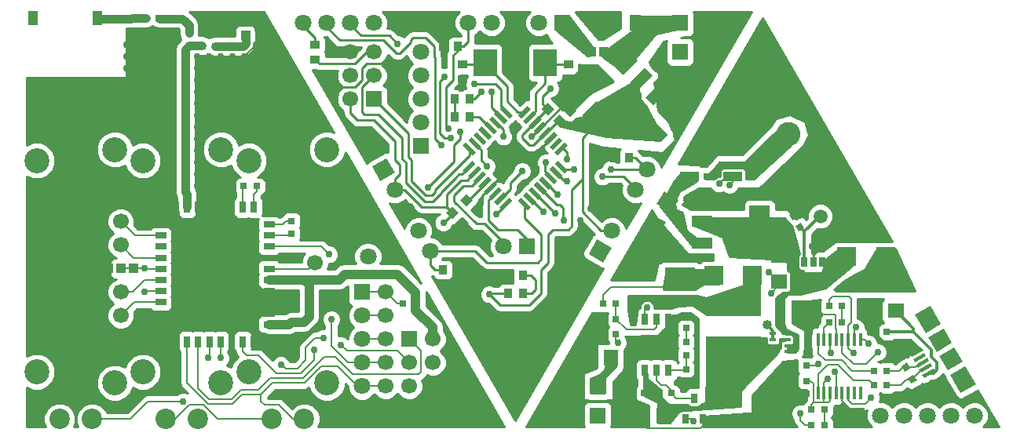
<source format=gtl>
%FSLAX34Y34*%
G04 Gerber Fmt 3.4, Leading zero omitted, Abs format*
G04 (created by PCBNEW (2014-03-19 BZR 4756)-product) date Mon 16 Jun 2014 02:55:52 PM CDT*
%MOIN*%
G01*
G70*
G90*
G04 APERTURE LIST*
%ADD10C,0.006000*%
%ADD11R,0.039370X0.059055*%
%ADD12R,0.027559X0.027559*%
%ADD13R,0.070866X0.062992*%
%ADD14R,0.125984X0.062992*%
%ADD15R,0.025591X0.041732*%
%ADD16R,0.086614X0.047244*%
%ADD17R,0.086614X0.137795*%
%ADD18R,0.013800X0.055100*%
%ADD19R,0.094488X0.074803*%
%ADD20R,0.047244X0.047244*%
%ADD21R,0.047244X0.027559*%
%ADD22R,0.027559X0.047244*%
%ADD23R,0.070866X0.070866*%
%ADD24C,0.070866*%
%ADD25R,0.066929X0.066929*%
%ADD26C,0.066929*%
%ADD27R,0.039370X0.039370*%
%ADD28R,0.039370X0.086614*%
%ADD29R,0.062992X0.070866*%
%ADD30R,0.027559X0.051181*%
%ADD31R,0.090551X0.090551*%
%ADD32R,0.236220X0.078740*%
%ADD33R,0.078740X0.043307*%
%ADD34R,0.031496X0.031496*%
%ADD35R,0.078740X0.078740*%
%ADD36R,0.025591X0.017717*%
%ADD37C,0.102362*%
%ADD38C,0.086614*%
%ADD39C,0.106299*%
%ADD40C,0.059055*%
%ADD41R,0.098425X0.118110*%
%ADD42R,0.039370X0.037402*%
%ADD43R,0.045276X0.070866*%
%ADD44R,0.035433X0.039370*%
%ADD45C,0.030000*%
%ADD46C,0.040000*%
%ADD47C,0.008000*%
%ADD48C,0.010000*%
%ADD49C,0.035000*%
%ADD50C,0.012000*%
%ADD51C,0.040000*%
G04 APERTURE END LIST*
G54D10*
G54D11*
X50277Y-37350D03*
X47522Y-37350D03*
G54D12*
X79324Y-49500D03*
X79875Y-49500D03*
X83224Y-50700D03*
X83775Y-50700D03*
G54D10*
G36*
X84673Y-52660D02*
X84912Y-52523D01*
X85050Y-52761D01*
X84811Y-52899D01*
X84673Y-52660D01*
X84673Y-52660D01*
G37*
G36*
X84949Y-53138D02*
X85188Y-53000D01*
X85326Y-53239D01*
X85087Y-53376D01*
X84949Y-53138D01*
X84949Y-53138D01*
G37*
G36*
X84776Y-52239D02*
X84537Y-52376D01*
X84399Y-52138D01*
X84638Y-52000D01*
X84776Y-52239D01*
X84776Y-52239D01*
G37*
G36*
X84500Y-51761D02*
X84261Y-51899D01*
X84123Y-51660D01*
X84362Y-51523D01*
X84500Y-51761D01*
X84500Y-51761D01*
G37*
G54D13*
X82900Y-49801D03*
X82900Y-48698D03*
G54D10*
G36*
X80276Y-46289D02*
X80037Y-46426D01*
X79899Y-46188D01*
X80138Y-46050D01*
X80276Y-46289D01*
X80276Y-46289D01*
G37*
G36*
X80000Y-45811D02*
X79761Y-45949D01*
X79623Y-45710D01*
X79862Y-45573D01*
X80000Y-45811D01*
X80000Y-45811D01*
G37*
G36*
X74326Y-44722D02*
X74939Y-45077D01*
X74624Y-45622D01*
X74011Y-45268D01*
X74326Y-44722D01*
X74326Y-44722D01*
G37*
G36*
X73775Y-45677D02*
X74388Y-46031D01*
X74073Y-46577D01*
X73460Y-46222D01*
X73775Y-45677D01*
X73775Y-45677D01*
G37*
G54D12*
X80350Y-52774D03*
X80350Y-53325D03*
X72924Y-53300D03*
X73475Y-53300D03*
X80350Y-52125D03*
X80350Y-51574D03*
G54D14*
X74984Y-48250D03*
X73015Y-48250D03*
G54D13*
X79200Y-47448D03*
X79200Y-48551D03*
G54D12*
X52324Y-37350D03*
X52875Y-37350D03*
X54150Y-38525D03*
X54150Y-37974D03*
X54724Y-38550D03*
X55275Y-38550D03*
X58500Y-48474D03*
X58500Y-49025D03*
X58500Y-49724D03*
X58500Y-50275D03*
G54D13*
X84150Y-49801D03*
X84150Y-48698D03*
G54D15*
X81024Y-47716D03*
X80650Y-47716D03*
X80275Y-47716D03*
X80275Y-48583D03*
X81024Y-48583D03*
G54D16*
X75929Y-45094D03*
X75929Y-46000D03*
X75929Y-46905D03*
G54D17*
X78370Y-46000D03*
G54D18*
X80854Y-53282D03*
X81110Y-53282D03*
X81366Y-53282D03*
X81622Y-53282D03*
X81878Y-53282D03*
X82134Y-53282D03*
X82390Y-53282D03*
X82646Y-53282D03*
X82646Y-51018D03*
X82390Y-51018D03*
X82134Y-51018D03*
X81878Y-51018D03*
X81622Y-51018D03*
X81366Y-51018D03*
X81110Y-51018D03*
X80854Y-51018D03*
G54D19*
X54403Y-46832D03*
X54403Y-48250D03*
X54403Y-49667D03*
X56096Y-46832D03*
X56096Y-48250D03*
X56096Y-49667D03*
G54D20*
X52946Y-51104D03*
X57553Y-51104D03*
X57553Y-45395D03*
X52946Y-45395D03*
G54D21*
X52946Y-46124D03*
X52946Y-46596D03*
X52946Y-47068D03*
X52946Y-47541D03*
X52946Y-48013D03*
X52946Y-48486D03*
X52946Y-48958D03*
X52946Y-49431D03*
X52946Y-49903D03*
X52946Y-50375D03*
G54D22*
X53596Y-51104D03*
X54068Y-51104D03*
X54541Y-51104D03*
X55013Y-51104D03*
X55486Y-51104D03*
X55958Y-51104D03*
X56431Y-51104D03*
X56903Y-51104D03*
G54D21*
X57553Y-50375D03*
X57553Y-49903D03*
X57553Y-49431D03*
X57553Y-48958D03*
X57553Y-48486D03*
X57553Y-48013D03*
X57553Y-47541D03*
X57553Y-47068D03*
X57553Y-46596D03*
X57553Y-46124D03*
G54D22*
X56903Y-45395D03*
X56431Y-45395D03*
X55958Y-45395D03*
X55486Y-45395D03*
X55013Y-45395D03*
X54541Y-45395D03*
X54068Y-45395D03*
X53596Y-45395D03*
G54D10*
G36*
X85750Y-52238D02*
X85829Y-52374D01*
X85351Y-52650D01*
X85273Y-52514D01*
X85750Y-52238D01*
X85750Y-52238D01*
G37*
G36*
X85622Y-52016D02*
X85701Y-52153D01*
X85223Y-52428D01*
X85145Y-52292D01*
X85622Y-52016D01*
X85622Y-52016D01*
G37*
G36*
X85494Y-51795D02*
X85573Y-51931D01*
X85096Y-52207D01*
X85017Y-52070D01*
X85494Y-51795D01*
X85494Y-51795D01*
G37*
G36*
X85366Y-51573D02*
X85445Y-51709D01*
X84968Y-51985D01*
X84889Y-51849D01*
X85366Y-51573D01*
X85366Y-51573D01*
G37*
G36*
X85238Y-51351D02*
X85317Y-51488D01*
X84840Y-51763D01*
X84761Y-51627D01*
X85238Y-51351D01*
X85238Y-51351D01*
G37*
G36*
X87102Y-52139D02*
X87555Y-52923D01*
X86907Y-53297D01*
X86454Y-52513D01*
X87102Y-52139D01*
X87102Y-52139D01*
G37*
G36*
X85626Y-49582D02*
X86079Y-50366D01*
X85431Y-50740D01*
X84978Y-49956D01*
X85626Y-49582D01*
X85626Y-49582D01*
G37*
G36*
X86187Y-50554D02*
X86541Y-51167D01*
X85893Y-51541D01*
X85539Y-50928D01*
X86187Y-50554D01*
X86187Y-50554D01*
G37*
G36*
X86640Y-51338D02*
X86994Y-51952D01*
X86346Y-52326D01*
X85992Y-51712D01*
X86640Y-51338D01*
X86640Y-51338D01*
G37*
G54D23*
X82500Y-54250D03*
G54D24*
X83500Y-54250D03*
X84500Y-54250D03*
X86500Y-54250D03*
X87500Y-54250D03*
X85500Y-54250D03*
G54D23*
X61500Y-49000D03*
G54D24*
X61500Y-50000D03*
X61500Y-51000D03*
X61500Y-53000D03*
X61500Y-52000D03*
G54D23*
X71500Y-53000D03*
G54D24*
X70500Y-53000D03*
G54D23*
X71500Y-54250D03*
G54D24*
X70500Y-54250D03*
G54D25*
X63500Y-51000D03*
G54D26*
X64500Y-51000D03*
X63500Y-52000D03*
X64500Y-52000D03*
X63500Y-53000D03*
X64500Y-53000D03*
G54D27*
X56550Y-38090D03*
G54D28*
X55959Y-37500D03*
X57140Y-37500D03*
G54D27*
X51781Y-48000D03*
X50718Y-48000D03*
X51250Y-48000D03*
G54D12*
X51700Y-37374D03*
X51700Y-37925D03*
X53500Y-37374D03*
X53500Y-37925D03*
X81125Y-54000D03*
X80574Y-54000D03*
X81875Y-49600D03*
X81324Y-49600D03*
G54D15*
X75225Y-54383D03*
X75600Y-53516D03*
X75974Y-54383D03*
G54D12*
X79875Y-50150D03*
X79324Y-50150D03*
X83775Y-52950D03*
X83224Y-52950D03*
X83775Y-52350D03*
X83224Y-52350D03*
X74074Y-53300D03*
X74625Y-53300D03*
X72275Y-50150D03*
X71724Y-50150D03*
X72275Y-49500D03*
X71724Y-49500D03*
X75250Y-51675D03*
X75250Y-51124D03*
X80574Y-54650D03*
X81125Y-54650D03*
X81324Y-50300D03*
X81875Y-50300D03*
X63775Y-49500D03*
X63224Y-49500D03*
X56474Y-44500D03*
X57025Y-44500D03*
X58500Y-45974D03*
X58500Y-46525D03*
G54D26*
X51250Y-46000D03*
X51250Y-47000D03*
X59500Y-47750D03*
X51250Y-49000D03*
X51250Y-50000D03*
X62500Y-49000D03*
X62500Y-50000D03*
X62500Y-51000D03*
X62500Y-52000D03*
X62500Y-53000D03*
G54D14*
X76965Y-53550D03*
X78934Y-53550D03*
G54D29*
X74301Y-54250D03*
X73198Y-54250D03*
G54D12*
X75250Y-52274D03*
X75250Y-52825D03*
X75250Y-49974D03*
X75250Y-50525D03*
X72275Y-50800D03*
X71724Y-50800D03*
G54D29*
X72051Y-51800D03*
X70948Y-51800D03*
G54D30*
X73000Y-52332D03*
X73500Y-52332D03*
X74000Y-52332D03*
X74500Y-52332D03*
X74500Y-50167D03*
X74000Y-50167D03*
X73500Y-50167D03*
X73000Y-50167D03*
G54D31*
X73750Y-51250D03*
G54D32*
X77250Y-49603D03*
X77250Y-51296D03*
G54D33*
X75394Y-44100D03*
G54D34*
X76142Y-44100D03*
G54D35*
X82073Y-47500D03*
X83726Y-47500D03*
X76423Y-48300D03*
X78076Y-48300D03*
G54D33*
X77244Y-44100D03*
G54D34*
X77992Y-44100D03*
G54D36*
X78944Y-50766D03*
X78944Y-51022D03*
X78944Y-51277D03*
X78944Y-51533D03*
X79555Y-51533D03*
X79555Y-51277D03*
X79555Y-51022D03*
X79555Y-50766D03*
G54D37*
X79590Y-42272D03*
X78409Y-40227D03*
X77397Y-42175D03*
G54D38*
X53161Y-54396D03*
X54538Y-54396D03*
X53161Y-41403D03*
G54D39*
X52196Y-52388D03*
X52196Y-43411D03*
X55503Y-52860D03*
X55503Y-42939D03*
G54D38*
X57661Y-54396D03*
X59038Y-54396D03*
X57661Y-41403D03*
G54D39*
X56696Y-52388D03*
X56696Y-43411D03*
X60003Y-52860D03*
X60003Y-42939D03*
G54D38*
X48661Y-54396D03*
X50038Y-54396D03*
X48661Y-41403D03*
G54D39*
X47696Y-52388D03*
X47696Y-43411D03*
X51003Y-52860D03*
X51003Y-42939D03*
G54D40*
X80553Y-45092D03*
X80946Y-45774D03*
G54D24*
X61750Y-45515D03*
X61750Y-47484D03*
G54D10*
G36*
X70088Y-42631D02*
X70227Y-42770D01*
X69809Y-43188D01*
X69670Y-43048D01*
X70088Y-42631D01*
X70088Y-42631D01*
G37*
G36*
X69865Y-42408D02*
X70004Y-42547D01*
X69586Y-42965D01*
X69447Y-42826D01*
X69865Y-42408D01*
X69865Y-42408D01*
G37*
G36*
X69642Y-42185D02*
X69781Y-42324D01*
X69364Y-42742D01*
X69224Y-42603D01*
X69642Y-42185D01*
X69642Y-42185D01*
G37*
G36*
X69419Y-41962D02*
X69559Y-42102D01*
X69141Y-42520D01*
X69001Y-42380D01*
X69419Y-41962D01*
X69419Y-41962D01*
G37*
G36*
X69197Y-41740D02*
X69337Y-41880D01*
X68919Y-42298D01*
X68779Y-42158D01*
X69197Y-41740D01*
X69197Y-41740D01*
G37*
G36*
X68975Y-41518D02*
X69114Y-41657D01*
X68696Y-42075D01*
X68557Y-41935D01*
X68975Y-41518D01*
X68975Y-41518D01*
G37*
G36*
X68752Y-41295D02*
X68891Y-41434D01*
X68473Y-41852D01*
X68334Y-41713D01*
X68752Y-41295D01*
X68752Y-41295D01*
G37*
G36*
X68529Y-41072D02*
X68668Y-41211D01*
X68251Y-41629D01*
X68111Y-41490D01*
X68529Y-41072D01*
X68529Y-41072D01*
G37*
G36*
X67331Y-41211D02*
X67470Y-41072D01*
X67888Y-41490D01*
X67748Y-41629D01*
X67331Y-41211D01*
X67331Y-41211D01*
G37*
G36*
X67108Y-41434D02*
X67247Y-41295D01*
X67665Y-41713D01*
X67526Y-41852D01*
X67108Y-41434D01*
X67108Y-41434D01*
G37*
G36*
X66885Y-41657D02*
X67024Y-41518D01*
X67442Y-41935D01*
X67303Y-42075D01*
X66885Y-41657D01*
X66885Y-41657D01*
G37*
G36*
X66662Y-41880D02*
X66802Y-41740D01*
X67220Y-42158D01*
X67080Y-42298D01*
X66662Y-41880D01*
X66662Y-41880D01*
G37*
G36*
X66440Y-42102D02*
X66580Y-41962D01*
X66998Y-42380D01*
X66858Y-42520D01*
X66440Y-42102D01*
X66440Y-42102D01*
G37*
G36*
X66218Y-42324D02*
X66357Y-42185D01*
X66775Y-42603D01*
X66635Y-42742D01*
X66218Y-42324D01*
X66218Y-42324D01*
G37*
G36*
X65995Y-42547D02*
X66134Y-42408D01*
X66552Y-42826D01*
X66413Y-42965D01*
X65995Y-42547D01*
X65995Y-42547D01*
G37*
G36*
X65772Y-42770D02*
X65911Y-42631D01*
X66329Y-43048D01*
X66190Y-43188D01*
X65772Y-42770D01*
X65772Y-42770D01*
G37*
G36*
X65911Y-43968D02*
X65772Y-43829D01*
X66190Y-43411D01*
X66329Y-43551D01*
X65911Y-43968D01*
X65911Y-43968D01*
G37*
G36*
X66134Y-44191D02*
X65995Y-44052D01*
X66413Y-43634D01*
X66552Y-43773D01*
X66134Y-44191D01*
X66134Y-44191D01*
G37*
G36*
X66357Y-44414D02*
X66218Y-44275D01*
X66635Y-43857D01*
X66775Y-43996D01*
X66357Y-44414D01*
X66357Y-44414D01*
G37*
G36*
X66580Y-44637D02*
X66440Y-44497D01*
X66858Y-44079D01*
X66998Y-44219D01*
X66580Y-44637D01*
X66580Y-44637D01*
G37*
G36*
X66802Y-44859D02*
X66662Y-44719D01*
X67080Y-44301D01*
X67220Y-44441D01*
X66802Y-44859D01*
X66802Y-44859D01*
G37*
G36*
X67024Y-45081D02*
X66885Y-44942D01*
X67303Y-44524D01*
X67442Y-44664D01*
X67024Y-45081D01*
X67024Y-45081D01*
G37*
G36*
X67247Y-45304D02*
X67108Y-45165D01*
X67526Y-44747D01*
X67665Y-44886D01*
X67247Y-45304D01*
X67247Y-45304D01*
G37*
G36*
X67470Y-45527D02*
X67331Y-45388D01*
X67748Y-44970D01*
X67888Y-45109D01*
X67470Y-45527D01*
X67470Y-45527D01*
G37*
G36*
X68668Y-45388D02*
X68529Y-45527D01*
X68111Y-45109D01*
X68251Y-44970D01*
X68668Y-45388D01*
X68668Y-45388D01*
G37*
G36*
X68891Y-45165D02*
X68752Y-45304D01*
X68334Y-44886D01*
X68473Y-44747D01*
X68891Y-45165D01*
X68891Y-45165D01*
G37*
G36*
X69114Y-44942D02*
X68975Y-45081D01*
X68557Y-44664D01*
X68696Y-44524D01*
X69114Y-44942D01*
X69114Y-44942D01*
G37*
G36*
X69337Y-44719D02*
X69197Y-44859D01*
X68779Y-44441D01*
X68919Y-44301D01*
X69337Y-44719D01*
X69337Y-44719D01*
G37*
G36*
X69559Y-44497D02*
X69419Y-44637D01*
X69001Y-44219D01*
X69141Y-44079D01*
X69559Y-44497D01*
X69559Y-44497D01*
G37*
G36*
X69781Y-44275D02*
X69642Y-44414D01*
X69224Y-43996D01*
X69364Y-43857D01*
X69781Y-44275D01*
X69781Y-44275D01*
G37*
G36*
X70004Y-44052D02*
X69865Y-44191D01*
X69447Y-43773D01*
X69586Y-43634D01*
X70004Y-44052D01*
X70004Y-44052D01*
G37*
G36*
X70227Y-43829D02*
X70088Y-43968D01*
X69670Y-43551D01*
X69809Y-43411D01*
X70227Y-43829D01*
X70227Y-43829D01*
G37*
G36*
X74142Y-40104D02*
X74476Y-40438D01*
X73864Y-41050D01*
X73530Y-40716D01*
X74142Y-40104D01*
X74142Y-40104D01*
G37*
G36*
X73502Y-39463D02*
X73836Y-39797D01*
X73223Y-40410D01*
X72889Y-40076D01*
X73502Y-39463D01*
X73502Y-39463D01*
G37*
G36*
X72861Y-38823D02*
X73195Y-39157D01*
X72583Y-39769D01*
X72249Y-39435D01*
X72861Y-38823D01*
X72861Y-38823D01*
G37*
G36*
X71456Y-40869D02*
X72430Y-41843D01*
X71817Y-42456D01*
X70843Y-41482D01*
X71456Y-40869D01*
X71456Y-40869D01*
G37*
G54D23*
X75000Y-38800D03*
G54D24*
X76000Y-38800D03*
G54D25*
X62000Y-40800D03*
G54D26*
X61000Y-40800D03*
X62000Y-39800D03*
X61000Y-39800D03*
X62000Y-38800D03*
X61000Y-38800D03*
G54D23*
X64000Y-37550D03*
G54D24*
X63000Y-37550D03*
X62000Y-37550D03*
X60000Y-37550D03*
X59000Y-37550D03*
X61000Y-37550D03*
G54D23*
X70000Y-37550D03*
G54D24*
X69000Y-37550D03*
X68000Y-37550D03*
X66000Y-37550D03*
X67000Y-37550D03*
G54D10*
G36*
X71729Y-47736D02*
X71115Y-47381D01*
X71470Y-46768D01*
X72084Y-47122D01*
X71729Y-47736D01*
X71729Y-47736D01*
G37*
G54D24*
X72100Y-46386D03*
X72600Y-45520D03*
X73600Y-43787D03*
X73100Y-44653D03*
G54D10*
G36*
X61915Y-43658D02*
X62529Y-43303D01*
X62884Y-43917D01*
X62270Y-44271D01*
X61915Y-43658D01*
X61915Y-43658D01*
G37*
G54D24*
X62900Y-44653D03*
X63400Y-45520D03*
X64400Y-47252D03*
X63900Y-46386D03*
G54D23*
X64000Y-42800D03*
G54D24*
X64000Y-41800D03*
X64000Y-40800D03*
X64000Y-38800D03*
X64000Y-39800D03*
G54D23*
X68500Y-47050D03*
G54D24*
X67500Y-47050D03*
G54D23*
X75000Y-37550D03*
G54D24*
X76000Y-37550D03*
G54D41*
X69279Y-39250D03*
X66720Y-39250D03*
G54D27*
X71244Y-38800D03*
X71755Y-38800D03*
G54D10*
G36*
X69884Y-41994D02*
X69605Y-41715D01*
X69870Y-41451D01*
X70148Y-41729D01*
X69884Y-41994D01*
X69884Y-41994D01*
G37*
G36*
X70329Y-41548D02*
X70051Y-41270D01*
X70315Y-41005D01*
X70594Y-41284D01*
X70329Y-41548D01*
X70329Y-41548D01*
G37*
G54D42*
X65750Y-39964D03*
X65750Y-39335D03*
X70250Y-39964D03*
X70250Y-39335D03*
G54D10*
G36*
X69384Y-41494D02*
X69105Y-41215D01*
X69370Y-40951D01*
X69648Y-41229D01*
X69384Y-41494D01*
X69384Y-41494D01*
G37*
G36*
X69829Y-41048D02*
X69551Y-40770D01*
X69815Y-40505D01*
X70094Y-40784D01*
X69829Y-41048D01*
X69829Y-41048D01*
G37*
G36*
X65055Y-45634D02*
X65334Y-45355D01*
X65598Y-45620D01*
X65320Y-45898D01*
X65055Y-45634D01*
X65055Y-45634D01*
G37*
G36*
X65501Y-46079D02*
X65779Y-45801D01*
X66044Y-46065D01*
X65765Y-46344D01*
X65501Y-46079D01*
X65501Y-46079D01*
G37*
G36*
X66644Y-45515D02*
X66365Y-45794D01*
X66101Y-45529D01*
X66379Y-45251D01*
X66644Y-45515D01*
X66644Y-45515D01*
G37*
G36*
X66198Y-45070D02*
X65920Y-45348D01*
X65655Y-45084D01*
X65934Y-44805D01*
X66198Y-45070D01*
X66198Y-45070D01*
G37*
G54D43*
X73090Y-37550D03*
X71909Y-37550D03*
G54D10*
G36*
X74172Y-42628D02*
X73671Y-42127D01*
X73991Y-41806D01*
X74493Y-42308D01*
X74172Y-42628D01*
X74172Y-42628D01*
G37*
G36*
X75008Y-41793D02*
X74506Y-41291D01*
X74827Y-40971D01*
X75328Y-41472D01*
X75008Y-41793D01*
X75008Y-41793D01*
G37*
G54D42*
X59500Y-39114D03*
X59500Y-38485D03*
G54D44*
X64935Y-48050D03*
X65564Y-48050D03*
X72814Y-43300D03*
X72185Y-43300D03*
X65564Y-38550D03*
X64935Y-38550D03*
X65435Y-41550D03*
X66064Y-41550D03*
X68314Y-48300D03*
X67685Y-48300D03*
X65435Y-40800D03*
X66064Y-40800D03*
X68314Y-49050D03*
X67685Y-49050D03*
G54D45*
X66900Y-49100D03*
X64950Y-46050D03*
X69500Y-40350D03*
X66550Y-40500D03*
X60100Y-47400D03*
X60200Y-50150D03*
X65700Y-40350D03*
X66500Y-38050D03*
X63200Y-39950D03*
X59950Y-39800D03*
X70750Y-45950D03*
X71200Y-45450D03*
X69250Y-38250D03*
X73850Y-39350D03*
X71600Y-38150D03*
X69000Y-43050D03*
X71850Y-42950D03*
X65650Y-46550D03*
X66400Y-48550D03*
X70850Y-40200D03*
X68680Y-42390D03*
X54950Y-51800D03*
X55500Y-51800D03*
X60600Y-51250D03*
X59450Y-51450D03*
X69800Y-44850D03*
X75550Y-54500D03*
X53900Y-53650D03*
X59850Y-50950D03*
X58050Y-52100D03*
X70500Y-43800D03*
X66250Y-40150D03*
X81400Y-51600D03*
X67000Y-40500D03*
X71700Y-44100D03*
X67500Y-42400D03*
X65650Y-42200D03*
X64300Y-44550D03*
X82450Y-50500D03*
X66800Y-43650D03*
X83400Y-51550D03*
X83000Y-51200D03*
X81250Y-52700D03*
X82350Y-51600D03*
X69700Y-45650D03*
X74550Y-48800D03*
X74950Y-48750D03*
X77100Y-44450D03*
X76650Y-44400D03*
X70050Y-45950D03*
X82100Y-48600D03*
X80850Y-52050D03*
X81550Y-52400D03*
X68300Y-43850D03*
X65150Y-42050D03*
X64500Y-54250D03*
X54750Y-37500D03*
X55000Y-38000D03*
X55500Y-38000D03*
X55500Y-37500D03*
X53750Y-46000D03*
X55250Y-46000D03*
X56750Y-46000D03*
X56750Y-47500D03*
X55250Y-47500D03*
X53750Y-47500D03*
X53750Y-49000D03*
X55250Y-49000D03*
X56750Y-49000D03*
X56750Y-50500D03*
X55250Y-50500D03*
X53750Y-50500D03*
X79500Y-52650D03*
X78750Y-48150D03*
X78850Y-49050D03*
X75250Y-45100D03*
X86100Y-52800D03*
X84100Y-51250D03*
X80400Y-51000D03*
X73250Y-47500D03*
X75650Y-52950D03*
X74450Y-50800D03*
X74450Y-51250D03*
X74450Y-51700D03*
X73050Y-51700D03*
X73050Y-51250D03*
X73500Y-46750D03*
X81350Y-46750D03*
X80600Y-47050D03*
X53500Y-44500D03*
X53500Y-44000D03*
X53500Y-43500D03*
X53500Y-43000D03*
X53500Y-42500D03*
X53500Y-42000D03*
X53500Y-40500D03*
X53500Y-40000D03*
X53500Y-39500D03*
X53500Y-39000D03*
X53500Y-38500D03*
X53000Y-38000D03*
X52500Y-38000D03*
X52000Y-38500D03*
X51500Y-38500D03*
X51500Y-39000D03*
X51500Y-39500D03*
X51500Y-40000D03*
X51000Y-40000D03*
X50500Y-40000D03*
X50000Y-40000D03*
X49500Y-40000D03*
X49000Y-40000D03*
X48500Y-40000D03*
X48000Y-40000D03*
X47500Y-40000D03*
X55000Y-39000D03*
X55500Y-39000D03*
X56000Y-39000D03*
X56500Y-39000D03*
X57000Y-38500D03*
X57500Y-38000D03*
X54500Y-39000D03*
X54500Y-39500D03*
X54500Y-40000D03*
X54500Y-40500D03*
X54500Y-41000D03*
X54500Y-41500D03*
X54500Y-42000D03*
X54500Y-42500D03*
X54500Y-43000D03*
X54500Y-43500D03*
X54500Y-44000D03*
X54500Y-44500D03*
X72050Y-43775D03*
X67200Y-45700D03*
X69200Y-45600D03*
X69300Y-43500D03*
X63000Y-38450D03*
X65000Y-39850D03*
X65250Y-42450D03*
X70200Y-44300D03*
X64850Y-42750D03*
X72350Y-51150D03*
X73600Y-49650D03*
X70200Y-43350D03*
X83100Y-53500D03*
X80100Y-54150D03*
X52250Y-48000D03*
X52250Y-49000D03*
X74800Y-54000D03*
X74200Y-53700D03*
G54D46*
X78700Y-50400D03*
G54D47*
X80275Y-48583D02*
X80275Y-48575D01*
X79324Y-49500D02*
X79324Y-49425D01*
X79555Y-51533D02*
X79555Y-51277D01*
X81024Y-47716D02*
X81333Y-47716D01*
X81550Y-47500D02*
X82073Y-47500D01*
X81333Y-47716D02*
X81550Y-47500D01*
X82006Y-47566D02*
X82073Y-47500D01*
X79037Y-47186D02*
X79024Y-47200D01*
G54D48*
X70850Y-43900D02*
X70850Y-44200D01*
X67350Y-49550D02*
X66900Y-49100D01*
X68600Y-49550D02*
X67350Y-49550D01*
X69100Y-49050D02*
X68600Y-49550D01*
X69100Y-48050D02*
X69100Y-49050D01*
X69400Y-47750D02*
X69100Y-48050D01*
X69400Y-46550D02*
X69400Y-47750D01*
X69600Y-46350D02*
X69400Y-46550D01*
X70250Y-46350D02*
X69600Y-46350D01*
X70400Y-46200D02*
X70250Y-46350D01*
X70400Y-44650D02*
X70400Y-46200D01*
X70850Y-44200D02*
X70400Y-44650D01*
X65327Y-45672D02*
X64950Y-46050D01*
X64025Y-45375D02*
X65075Y-45375D01*
X65075Y-45375D02*
X65327Y-45627D01*
X69150Y-40995D02*
X69377Y-41222D01*
X69150Y-40700D02*
X69150Y-40995D01*
X69500Y-40350D02*
X69150Y-40700D01*
X66250Y-40800D02*
X66064Y-40800D01*
X66550Y-40500D02*
X66250Y-40800D01*
X62900Y-44653D02*
X63303Y-44653D01*
X63303Y-44653D02*
X64025Y-45375D01*
X65327Y-45627D02*
X65327Y-45672D01*
X66950Y-49050D02*
X67685Y-49050D01*
X66900Y-49100D02*
X66950Y-49050D01*
X72100Y-46386D02*
X71636Y-46386D01*
X71636Y-46386D02*
X70850Y-45600D01*
X70850Y-42450D02*
X71636Y-41663D01*
X70850Y-45600D02*
X70850Y-43900D01*
X70850Y-43900D02*
X70850Y-42450D01*
X62900Y-43400D02*
X62900Y-42600D01*
X62900Y-44200D02*
X63100Y-44000D01*
X63100Y-44000D02*
X63100Y-43600D01*
X63100Y-43600D02*
X62900Y-43400D01*
X61000Y-41400D02*
X61000Y-40800D01*
X62900Y-44653D02*
X62900Y-44200D01*
X62900Y-42600D02*
X62000Y-41700D01*
X62000Y-41700D02*
X61300Y-41700D01*
X61300Y-41700D02*
X61000Y-41400D01*
X62900Y-44653D02*
X62900Y-44500D01*
X61000Y-40850D02*
X61000Y-40800D01*
X63003Y-44550D02*
X62900Y-44653D01*
X69280Y-42241D02*
X69258Y-42241D01*
X69258Y-42241D02*
X68750Y-42750D01*
X68300Y-42332D02*
X68835Y-41796D01*
X68300Y-42450D02*
X68300Y-42332D01*
X68600Y-42750D02*
X68300Y-42450D01*
X68750Y-42750D02*
X68600Y-42750D01*
X66273Y-43913D02*
X66273Y-43926D01*
X66273Y-43926D02*
X65950Y-44250D01*
X65950Y-44250D02*
X65700Y-44250D01*
X65700Y-44250D02*
X65100Y-44850D01*
X65100Y-44850D02*
X65100Y-45400D01*
X65100Y-45400D02*
X65327Y-45627D01*
X69280Y-42241D02*
X69308Y-42241D01*
X69308Y-42241D02*
X69827Y-41722D01*
X69827Y-41722D02*
X69877Y-41722D01*
X68835Y-41796D02*
X68835Y-41764D01*
X68835Y-41764D02*
X69377Y-41222D01*
G54D47*
X60200Y-50850D02*
X60200Y-50150D01*
X57553Y-47068D02*
X59768Y-47068D01*
X61500Y-52000D02*
X62500Y-52000D01*
X60200Y-50900D02*
X60200Y-50850D01*
X60100Y-47400D02*
X59768Y-47068D01*
X60900Y-52000D02*
X60200Y-51300D01*
X60200Y-51300D02*
X60200Y-50900D01*
X61500Y-52000D02*
X60900Y-52000D01*
G54D48*
X65750Y-40300D02*
X65700Y-40350D01*
X65750Y-39964D02*
X65750Y-40300D01*
X63200Y-39950D02*
X63200Y-39650D01*
X60450Y-40300D02*
X59950Y-39800D01*
X61200Y-40300D02*
X60450Y-40300D01*
X61500Y-40000D02*
X61200Y-40300D01*
X61500Y-39500D02*
X61500Y-40000D01*
X61700Y-39300D02*
X61500Y-39500D01*
X62850Y-39300D02*
X61700Y-39300D01*
X63200Y-39650D02*
X62850Y-39300D01*
X72600Y-45520D02*
X71270Y-45520D01*
X71270Y-45520D02*
X71200Y-45450D01*
X68000Y-37550D02*
X68000Y-37850D01*
X68000Y-37850D02*
X68400Y-38250D01*
X68400Y-38250D02*
X69250Y-38250D01*
X74003Y-40577D02*
X74003Y-40296D01*
X74003Y-40296D02*
X74150Y-40150D01*
X74150Y-40150D02*
X74150Y-39650D01*
X74150Y-39650D02*
X73850Y-39350D01*
X71909Y-37550D02*
X71909Y-37840D01*
X71909Y-37840D02*
X71600Y-38150D01*
X66941Y-44580D02*
X66941Y-44558D01*
X66941Y-44558D02*
X68300Y-43200D01*
X69000Y-43000D02*
X69000Y-43050D01*
X69503Y-42496D02*
X69000Y-43000D01*
X68850Y-43200D02*
X69000Y-43050D01*
X68300Y-43200D02*
X68850Y-43200D01*
X72185Y-43300D02*
X72185Y-43285D01*
X72185Y-43285D02*
X71850Y-42950D01*
X69503Y-42464D02*
X69503Y-42496D01*
X65772Y-46072D02*
X65772Y-46427D01*
X65772Y-46427D02*
X65650Y-46550D01*
X67685Y-48300D02*
X66650Y-48300D01*
X66650Y-48300D02*
X66400Y-48550D01*
X70250Y-39964D02*
X70614Y-39964D01*
X70614Y-39964D02*
X70850Y-40200D01*
X69058Y-42019D02*
X69050Y-42019D01*
X69050Y-42019D02*
X68680Y-42390D01*
X66941Y-44580D02*
X66919Y-44580D01*
X66919Y-44580D02*
X66600Y-44900D01*
X66600Y-44900D02*
X66600Y-45295D01*
X66600Y-45295D02*
X66372Y-45522D01*
X70000Y-40954D02*
X70322Y-41277D01*
X69058Y-42019D02*
X69080Y-42019D01*
X69080Y-42019D02*
X70000Y-41100D01*
X70000Y-41100D02*
X70000Y-40954D01*
X70000Y-40954D02*
X69822Y-40777D01*
G54D47*
X63224Y-49500D02*
X63000Y-49500D01*
X63000Y-49500D02*
X62500Y-49000D01*
X55013Y-51104D02*
X55013Y-51736D01*
X55013Y-51736D02*
X54950Y-51800D01*
X61500Y-49000D02*
X62500Y-49000D01*
X62500Y-49000D02*
X62525Y-48974D01*
G54D48*
X68390Y-41351D02*
X68101Y-41351D01*
X67650Y-40250D02*
X67550Y-40150D01*
X67650Y-40900D02*
X67650Y-40250D01*
X68101Y-41351D02*
X67650Y-40900D01*
X66720Y-39250D02*
X66720Y-39320D01*
X66720Y-39320D02*
X67550Y-40150D01*
X65750Y-39335D02*
X66635Y-39335D01*
X66635Y-39335D02*
X66720Y-39250D01*
X68390Y-41351D02*
X68390Y-41309D01*
G54D47*
X54541Y-51104D02*
X54541Y-53091D01*
X64000Y-51500D02*
X63500Y-51000D01*
X64000Y-52400D02*
X64000Y-51500D01*
X63900Y-52500D02*
X64000Y-52400D01*
X61200Y-52500D02*
X63900Y-52500D01*
X55000Y-53550D02*
X55250Y-53550D01*
X54541Y-53091D02*
X55000Y-53550D01*
X55950Y-53550D02*
X56350Y-53150D01*
X56350Y-53150D02*
X57100Y-53150D01*
X57100Y-53150D02*
X57600Y-52650D01*
X57600Y-52650D02*
X59000Y-52650D01*
X59000Y-52650D02*
X59900Y-51750D01*
X59900Y-51750D02*
X60350Y-51750D01*
X60350Y-51750D02*
X61100Y-52500D01*
X61100Y-52500D02*
X61200Y-52500D01*
X55250Y-53550D02*
X55950Y-53550D01*
G54D48*
X70250Y-39335D02*
X69364Y-39335D01*
X69364Y-39335D02*
X69279Y-39250D01*
X68613Y-41573D02*
X68613Y-41536D01*
X68613Y-41536D02*
X68850Y-41300D01*
X68850Y-41300D02*
X68850Y-40550D01*
X68850Y-40550D02*
X69279Y-40120D01*
X69279Y-40120D02*
X69279Y-39250D01*
G54D47*
X55486Y-51104D02*
X55486Y-51786D01*
X55486Y-51786D02*
X55500Y-51800D01*
G54D48*
X66719Y-44358D02*
X66719Y-44380D01*
X66719Y-44380D02*
X66022Y-45077D01*
X66022Y-45077D02*
X65927Y-45077D01*
G54D47*
X56431Y-51104D02*
X56431Y-51531D01*
X63000Y-51500D02*
X63500Y-52000D01*
X60850Y-51500D02*
X63000Y-51500D01*
X60600Y-51250D02*
X60850Y-51500D01*
X56600Y-51700D02*
X57050Y-51700D01*
X56431Y-51531D02*
X56600Y-51700D01*
X57100Y-51700D02*
X57550Y-52150D01*
X57050Y-51700D02*
X57100Y-51700D01*
X59450Y-51900D02*
X58900Y-52450D01*
X58900Y-52450D02*
X57850Y-52450D01*
X57850Y-52450D02*
X57550Y-52150D01*
X59450Y-51450D02*
X59450Y-51900D01*
G54D48*
X73090Y-37809D02*
X73090Y-37550D01*
G54D47*
X54068Y-51104D02*
X54068Y-52350D01*
X61500Y-53000D02*
X62500Y-53000D01*
X54068Y-52868D02*
X54950Y-53750D01*
X54950Y-53750D02*
X56000Y-53750D01*
X54068Y-52350D02*
X54068Y-52868D01*
X60450Y-52150D02*
X59750Y-52150D01*
X59750Y-52150D02*
X59050Y-52850D01*
X59050Y-52850D02*
X57700Y-52850D01*
X57700Y-52850D02*
X57200Y-53350D01*
X57200Y-53350D02*
X56400Y-53350D01*
X56400Y-53350D02*
X56000Y-53750D01*
X61300Y-53000D02*
X60450Y-52150D01*
X61500Y-53000D02*
X61300Y-53000D01*
X57350Y-53800D02*
X57950Y-53800D01*
X58546Y-54396D02*
X59038Y-54396D01*
X57950Y-53800D02*
X58546Y-54396D01*
X57200Y-53650D02*
X57350Y-53800D01*
X57200Y-53350D02*
X57200Y-53650D01*
G54D48*
X62000Y-38800D02*
X61700Y-38800D01*
X61700Y-38800D02*
X61200Y-39300D01*
X69800Y-44850D02*
X69308Y-44358D01*
X69308Y-44358D02*
X69280Y-44358D01*
X62000Y-38800D02*
X62000Y-38900D01*
X61200Y-39300D02*
X59685Y-39300D01*
X59685Y-39300D02*
X59500Y-39114D01*
G54D47*
X75225Y-54383D02*
X75433Y-54383D01*
X75433Y-54383D02*
X75550Y-54500D01*
X79590Y-42272D02*
X78977Y-42272D01*
X76742Y-43500D02*
X76142Y-44100D01*
X77750Y-43500D02*
X76742Y-43500D01*
X78977Y-42272D02*
X77750Y-43500D01*
X79590Y-42272D02*
X79590Y-42501D01*
X79590Y-42501D02*
X77992Y-44100D01*
G54D48*
X59000Y-37550D02*
X59000Y-37700D01*
X59000Y-37700D02*
X59500Y-38200D01*
X59500Y-38200D02*
X59500Y-38485D01*
G54D47*
X61500Y-51000D02*
X62500Y-51000D01*
X50038Y-54396D02*
X51653Y-54396D01*
X52400Y-53650D02*
X53900Y-53650D01*
X51653Y-54396D02*
X52400Y-53650D01*
X59100Y-51900D02*
X59100Y-51800D01*
X58750Y-52250D02*
X59100Y-51900D01*
X58250Y-52250D02*
X58750Y-52250D01*
X58100Y-52100D02*
X58250Y-52250D01*
X59500Y-50950D02*
X59850Y-50950D01*
X59100Y-51350D02*
X59500Y-50950D01*
X59100Y-51800D02*
X59100Y-51350D01*
X58050Y-52100D02*
X58100Y-52100D01*
G54D48*
X70500Y-43800D02*
X70100Y-43800D01*
X69948Y-43690D02*
X69990Y-43690D01*
X69990Y-43690D02*
X70100Y-43800D01*
G54D47*
X61500Y-50000D02*
X62500Y-50000D01*
G54D48*
X67400Y-40700D02*
X67400Y-40400D01*
X67150Y-40150D02*
X66250Y-40150D01*
X67400Y-40400D02*
X67150Y-40150D01*
X67609Y-41309D02*
X67400Y-41100D01*
X67400Y-40700D02*
X67400Y-41100D01*
X67609Y-41351D02*
X67609Y-41309D01*
X67609Y-41309D02*
X67609Y-41351D01*
G54D47*
X81366Y-51018D02*
X81366Y-51566D01*
X81366Y-51566D02*
X81400Y-51600D01*
G54D48*
X67000Y-40650D02*
X67000Y-40500D01*
X67386Y-41573D02*
X67386Y-41536D01*
X67386Y-41536D02*
X67000Y-41150D01*
X67000Y-41150D02*
X67000Y-40650D01*
X67386Y-41573D02*
X67373Y-41573D01*
X72600Y-44100D02*
X73100Y-44600D01*
X71700Y-44100D02*
X72600Y-44100D01*
X73100Y-44600D02*
X73100Y-44653D01*
G54D47*
X81500Y-52100D02*
X81700Y-52100D01*
X83024Y-52750D02*
X83224Y-52950D01*
X82350Y-52750D02*
X83024Y-52750D01*
X81700Y-52100D02*
X82350Y-52750D01*
X80854Y-53282D02*
X80854Y-52496D01*
X81250Y-52100D02*
X81500Y-52100D01*
X80854Y-52496D02*
X81250Y-52100D01*
X83224Y-52950D02*
X83200Y-52950D01*
G54D48*
X67164Y-41796D02*
X67196Y-41796D01*
X67196Y-41796D02*
X67500Y-42100D01*
X67500Y-42100D02*
X67500Y-42400D01*
X65650Y-42200D02*
X65650Y-42500D01*
X65650Y-42500D02*
X65400Y-42750D01*
X65400Y-42750D02*
X65400Y-43450D01*
X65400Y-43450D02*
X64300Y-44550D01*
G54D47*
X81400Y-51900D02*
X81850Y-51900D01*
X82300Y-52350D02*
X83224Y-52350D01*
X81850Y-51900D02*
X82300Y-52350D01*
X81350Y-51900D02*
X81400Y-51900D01*
X81150Y-51900D02*
X80854Y-51604D01*
X81350Y-51900D02*
X81150Y-51900D01*
X80854Y-51604D02*
X80854Y-51018D01*
G54D48*
X66064Y-41550D02*
X66472Y-41550D01*
X66472Y-41550D02*
X66941Y-42019D01*
G54D47*
X82390Y-51018D02*
X82390Y-50560D01*
X82390Y-50560D02*
X82450Y-50500D01*
G54D48*
X66550Y-42962D02*
X66273Y-42686D01*
X66550Y-43400D02*
X66550Y-42962D01*
X66800Y-43650D02*
X66550Y-43400D01*
G54D47*
X81878Y-51018D02*
X81878Y-51578D01*
X82900Y-52050D02*
X83400Y-51550D01*
X82350Y-52050D02*
X82900Y-52050D01*
X81878Y-51578D02*
X82350Y-52050D01*
G54D48*
X64200Y-44900D02*
X64450Y-44900D01*
X64450Y-44900D02*
X64600Y-44750D01*
X63450Y-43000D02*
X63450Y-43250D01*
X63450Y-43250D02*
X63600Y-43400D01*
X66051Y-43198D02*
X66051Y-42909D01*
X64600Y-44650D02*
X66051Y-43198D01*
X64600Y-44750D02*
X64600Y-44650D01*
X63600Y-44300D02*
X64200Y-44900D01*
X63600Y-43400D02*
X63600Y-44300D01*
X63450Y-42250D02*
X63150Y-41950D01*
X63450Y-43000D02*
X63450Y-42250D01*
X63150Y-41950D02*
X62000Y-40800D01*
G54D47*
X82646Y-51018D02*
X82818Y-51018D01*
X82818Y-51018D02*
X83000Y-51200D01*
G54D48*
X64150Y-45150D02*
X64500Y-45150D01*
X64850Y-44800D02*
X64850Y-44750D01*
X64500Y-45150D02*
X64850Y-44800D01*
X63200Y-43250D02*
X63200Y-43350D01*
X63200Y-43350D02*
X63350Y-43500D01*
X64850Y-44750D02*
X64850Y-44750D01*
X64850Y-44750D02*
X64950Y-44650D01*
X65450Y-44150D02*
X65600Y-44000D01*
X65600Y-44000D02*
X65741Y-44000D01*
X65741Y-44000D02*
X66051Y-43690D01*
X65450Y-44150D02*
X64950Y-44650D01*
X63350Y-44350D02*
X64150Y-45150D01*
X63350Y-43500D02*
X63350Y-44350D01*
X66051Y-43690D02*
X66009Y-43690D01*
X63200Y-43250D02*
X63200Y-42450D01*
X63200Y-42450D02*
X62200Y-41450D01*
X62200Y-41450D02*
X61600Y-41450D01*
X61600Y-41450D02*
X61500Y-41350D01*
X61500Y-41350D02*
X61500Y-40300D01*
X61500Y-40300D02*
X62000Y-39800D01*
G54D47*
X82134Y-51018D02*
X82134Y-51384D01*
X81110Y-52840D02*
X81110Y-53282D01*
X81250Y-52700D02*
X81110Y-52840D01*
X82134Y-51384D02*
X82350Y-51600D01*
X80350Y-52774D02*
X80524Y-52774D01*
X80650Y-52900D02*
X80650Y-53700D01*
X80524Y-52774D02*
X80650Y-52900D01*
X81050Y-53700D02*
X81300Y-53700D01*
X81366Y-53634D02*
X81366Y-53282D01*
X81300Y-53700D02*
X81366Y-53634D01*
X81110Y-53282D02*
X81110Y-53640D01*
X81110Y-53640D02*
X81050Y-53700D01*
X80574Y-53775D02*
X80574Y-54000D01*
X80650Y-53700D02*
X80574Y-53775D01*
X81050Y-53700D02*
X80650Y-53700D01*
X82134Y-51018D02*
X82134Y-50416D01*
X81324Y-49325D02*
X81324Y-49600D01*
X81450Y-49200D02*
X81324Y-49325D01*
X82150Y-49200D02*
X81450Y-49200D01*
X82250Y-49300D02*
X82150Y-49200D01*
X82250Y-50300D02*
X82250Y-49300D01*
X82134Y-50416D02*
X82250Y-50300D01*
G54D48*
X69700Y-45650D02*
X68853Y-44803D01*
X68853Y-44803D02*
X68835Y-44803D01*
G54D47*
X74550Y-48800D02*
X72050Y-48800D01*
X71724Y-49125D02*
X71724Y-49500D01*
X72050Y-48800D02*
X71724Y-49125D01*
X74750Y-48800D02*
X74550Y-48800D01*
X77244Y-44100D02*
X77244Y-44305D01*
X77244Y-44305D02*
X77100Y-44450D01*
X77244Y-44100D02*
X76950Y-44100D01*
X76950Y-44100D02*
X76650Y-44400D01*
X74984Y-48250D02*
X75250Y-48250D01*
X76900Y-44100D02*
X77244Y-44100D01*
X72051Y-51750D02*
X72300Y-51750D01*
X74984Y-48565D02*
X74984Y-48250D01*
X74750Y-48800D02*
X74984Y-48565D01*
X75034Y-48300D02*
X74984Y-48250D01*
G54D48*
X70025Y-45925D02*
X70025Y-45425D01*
X70050Y-45950D02*
X70025Y-45925D01*
X69777Y-45300D02*
X69058Y-44580D01*
X70025Y-45425D02*
X69900Y-45300D01*
X69900Y-45300D02*
X69777Y-45300D01*
G54D47*
X83726Y-47500D02*
X83800Y-47500D01*
X83800Y-47500D02*
X84150Y-47850D01*
X84150Y-47850D02*
X84150Y-48698D01*
X82900Y-48698D02*
X82198Y-48698D01*
X82198Y-48698D02*
X82100Y-48600D01*
X80350Y-52125D02*
X80774Y-52125D01*
X80774Y-52125D02*
X80850Y-52050D01*
X81622Y-52472D02*
X81622Y-53282D01*
X81550Y-52400D02*
X81622Y-52472D01*
X84150Y-48698D02*
X82900Y-48698D01*
G54D48*
X65564Y-38550D02*
X65564Y-38735D01*
X65564Y-38735D02*
X65350Y-38950D01*
X67800Y-44612D02*
X67386Y-45026D01*
X67800Y-44350D02*
X67800Y-44612D01*
X68300Y-43850D02*
X67800Y-44350D01*
X65050Y-41950D02*
X65150Y-42050D01*
X65050Y-40300D02*
X65050Y-41950D01*
X65350Y-40000D02*
X65050Y-40300D01*
X65350Y-38950D02*
X65350Y-40000D01*
X66000Y-37550D02*
X66000Y-38350D01*
X65800Y-38550D02*
X65564Y-38550D01*
X66000Y-38350D02*
X65800Y-38550D01*
G54D47*
X64500Y-53000D02*
X64500Y-54250D01*
X55959Y-37500D02*
X55500Y-37500D01*
X55500Y-38000D02*
X55000Y-38000D01*
X54403Y-46832D02*
X54403Y-46653D01*
X54403Y-46653D02*
X53750Y-46000D01*
X55250Y-46000D02*
X56750Y-46000D01*
X56750Y-47500D02*
X55250Y-47500D01*
X53750Y-47500D02*
X53750Y-49000D01*
X55250Y-49000D02*
X56750Y-49000D01*
X56750Y-50500D02*
X55250Y-50500D01*
X57553Y-48958D02*
X58433Y-48958D01*
X58433Y-48958D02*
X58500Y-49025D01*
X57553Y-49903D02*
X58320Y-49903D01*
X58320Y-49903D02*
X58500Y-49724D01*
X78934Y-53550D02*
X78934Y-53215D01*
X78934Y-53215D02*
X79500Y-52650D01*
X79200Y-48551D02*
X79151Y-48551D01*
X79151Y-48551D02*
X78750Y-48150D01*
X79200Y-48551D02*
X79200Y-48700D01*
X79200Y-48700D02*
X78850Y-49050D01*
X75929Y-45094D02*
X75255Y-45094D01*
X75255Y-45094D02*
X75250Y-45100D01*
X85137Y-53188D02*
X85261Y-53188D01*
X85261Y-53188D02*
X85650Y-52800D01*
X85650Y-52800D02*
X86100Y-52800D01*
X84312Y-51711D02*
X84312Y-51462D01*
X84312Y-51462D02*
X84100Y-51250D01*
X81622Y-51018D02*
X81622Y-50572D01*
X80350Y-51050D02*
X80400Y-51000D01*
X80350Y-51050D02*
X80350Y-51574D01*
X80600Y-50800D02*
X80400Y-51000D01*
X80600Y-50350D02*
X80600Y-50800D01*
X81000Y-49950D02*
X80600Y-50350D01*
X81550Y-49950D02*
X81000Y-49950D01*
X81600Y-50000D02*
X81550Y-49950D01*
X81600Y-50550D02*
X81600Y-50000D01*
X81622Y-50572D02*
X81600Y-50550D01*
X73015Y-48250D02*
X73015Y-47734D01*
X73015Y-47734D02*
X73250Y-47500D01*
X75250Y-52825D02*
X75525Y-52825D01*
X75525Y-52825D02*
X75650Y-52950D01*
X78934Y-53550D02*
X79200Y-53550D01*
X73750Y-51250D02*
X74000Y-51250D01*
X74000Y-51250D02*
X74450Y-50800D01*
X73750Y-51250D02*
X74450Y-51250D01*
X74000Y-51250D02*
X74450Y-51700D01*
X73750Y-51250D02*
X73500Y-51250D01*
X73500Y-51250D02*
X73050Y-51700D01*
X73750Y-51250D02*
X73050Y-51250D01*
X78934Y-53550D02*
X80125Y-53550D01*
X80125Y-53550D02*
X80350Y-53325D01*
X81878Y-53282D02*
X81878Y-53628D01*
X81878Y-53628D02*
X82500Y-54250D01*
X82900Y-49801D02*
X82601Y-49801D01*
X84312Y-51711D02*
X84235Y-51711D01*
X84235Y-51711D02*
X83224Y-50700D01*
X82900Y-49801D02*
X82900Y-50375D01*
X82900Y-50375D02*
X83224Y-50700D01*
X85039Y-51557D02*
X84465Y-51557D01*
X84465Y-51557D02*
X84312Y-51711D01*
X73198Y-54250D02*
X73198Y-54398D01*
X73198Y-54398D02*
X73600Y-54800D01*
X75974Y-54675D02*
X75974Y-54383D01*
X75850Y-54800D02*
X75974Y-54675D01*
X73600Y-54800D02*
X75850Y-54800D01*
X72924Y-53300D02*
X72924Y-52408D01*
X72924Y-52408D02*
X73000Y-52332D01*
X70500Y-53000D02*
X70500Y-52248D01*
X70500Y-52248D02*
X70948Y-51800D01*
X70500Y-53000D02*
X70500Y-53300D01*
X75974Y-54383D02*
X78101Y-54383D01*
X78101Y-54383D02*
X78934Y-53550D01*
X75250Y-49974D02*
X74692Y-49974D01*
X74692Y-49974D02*
X74500Y-50167D01*
X70948Y-51750D02*
X70948Y-51901D01*
X71350Y-50700D02*
X71350Y-50800D01*
X70948Y-51201D02*
X70948Y-51750D01*
X71350Y-50800D02*
X70948Y-51201D01*
X71724Y-50150D02*
X71450Y-50150D01*
X71450Y-50800D02*
X71724Y-50800D01*
X71350Y-50700D02*
X71450Y-50800D01*
X71350Y-50250D02*
X71350Y-50700D01*
X71450Y-50150D02*
X71350Y-50250D01*
X73198Y-54250D02*
X73198Y-53898D01*
X73198Y-53898D02*
X72924Y-53624D01*
X72924Y-53624D02*
X72924Y-53300D01*
X73000Y-53224D02*
X72924Y-53300D01*
X79883Y-45761D02*
X80553Y-45092D01*
X79812Y-45761D02*
X79883Y-45761D01*
X73924Y-46325D02*
X73500Y-46750D01*
X73924Y-46127D02*
X73924Y-46325D01*
X81050Y-47050D02*
X81350Y-46750D01*
X80650Y-47716D02*
X80650Y-47100D01*
X80650Y-47100D02*
X80600Y-47050D01*
X80600Y-47050D02*
X81050Y-47050D01*
X53596Y-44596D02*
X53500Y-44500D01*
X53500Y-44000D02*
X53500Y-43500D01*
X53500Y-43000D02*
X53500Y-42500D01*
X53596Y-45395D02*
X53596Y-44596D01*
X53161Y-40838D02*
X53500Y-40500D01*
X53500Y-40000D02*
X53500Y-39500D01*
X53500Y-39000D02*
X53500Y-38500D01*
X53000Y-38000D02*
X52500Y-38000D01*
X52000Y-38500D02*
X51500Y-38500D01*
X51500Y-39000D02*
X51500Y-39500D01*
X51500Y-40000D02*
X51000Y-40000D01*
X50500Y-40000D02*
X50000Y-40000D01*
X49500Y-40000D02*
X49000Y-40000D01*
X48500Y-40000D02*
X48000Y-40000D01*
X53161Y-41403D02*
X53161Y-40838D01*
X55500Y-39000D02*
X56000Y-39000D01*
X56500Y-39000D02*
X57000Y-38500D01*
X54541Y-45395D02*
X54541Y-44541D01*
X54500Y-40000D02*
X54500Y-39500D01*
X54500Y-41000D02*
X54500Y-40500D01*
X54500Y-42000D02*
X54500Y-41500D01*
X54500Y-43000D02*
X54500Y-42500D01*
X54500Y-44000D02*
X54500Y-43500D01*
X54541Y-44541D02*
X54500Y-44500D01*
X54500Y-39000D02*
X55000Y-39000D01*
G54D48*
X72050Y-43775D02*
X73587Y-43775D01*
X73587Y-43775D02*
X73600Y-43787D01*
X67609Y-45248D02*
X67609Y-45290D01*
X67609Y-45290D02*
X67200Y-45700D01*
X72814Y-43300D02*
X73112Y-43300D01*
X73112Y-43300D02*
X73600Y-43787D01*
G54D49*
X51700Y-37374D02*
X50302Y-37374D01*
G54D47*
X50302Y-37374D02*
X50277Y-37350D01*
G54D49*
X52324Y-37350D02*
X51724Y-37350D01*
G54D47*
X51724Y-37350D02*
X51700Y-37374D01*
G54D48*
X68390Y-45248D02*
X68390Y-45840D01*
X66302Y-47252D02*
X64400Y-47252D01*
X66800Y-47750D02*
X66302Y-47252D01*
X68950Y-47750D02*
X66800Y-47750D01*
X69100Y-47600D02*
X68950Y-47750D01*
X69100Y-46550D02*
X69100Y-47600D01*
X68390Y-45840D02*
X69100Y-46550D01*
X64935Y-48050D02*
X64600Y-48050D01*
X64400Y-47850D02*
X64400Y-47252D01*
X64600Y-48050D02*
X64400Y-47850D01*
G54D47*
X75250Y-52274D02*
X75250Y-51675D01*
X74500Y-52332D02*
X75191Y-52332D01*
X75191Y-52332D02*
X75250Y-52274D01*
G54D48*
X69200Y-45600D02*
X68626Y-45026D01*
X68626Y-45026D02*
X68613Y-45026D01*
G54D49*
X53500Y-37374D02*
X52900Y-37374D01*
G54D47*
X52900Y-37374D02*
X52875Y-37350D01*
G54D49*
X54150Y-37974D02*
X54150Y-37650D01*
X53874Y-37374D02*
X53500Y-37374D01*
X54150Y-37650D02*
X53874Y-37374D01*
G54D48*
X69503Y-44135D02*
X69503Y-44103D01*
X69503Y-44103D02*
X69250Y-43850D01*
X69250Y-43550D02*
X69300Y-43500D01*
X69250Y-43850D02*
X69250Y-43550D01*
X61000Y-37550D02*
X61000Y-37650D01*
X61000Y-37650D02*
X61449Y-38099D01*
X62649Y-38099D02*
X63000Y-38450D01*
X61449Y-38099D02*
X62649Y-38099D01*
X65000Y-39850D02*
X64800Y-40049D01*
X64800Y-40049D02*
X64800Y-42250D01*
X64800Y-42250D02*
X65000Y-42450D01*
X65000Y-42450D02*
X65250Y-42450D01*
X69503Y-44135D02*
X69485Y-44135D01*
G54D49*
X54068Y-45395D02*
X54068Y-44818D01*
X54000Y-38675D02*
X54150Y-38525D01*
X54000Y-44750D02*
X54000Y-38675D01*
X54068Y-44818D02*
X54000Y-44750D01*
X54150Y-38525D02*
X54700Y-38525D01*
G54D47*
X54700Y-38525D02*
X54724Y-38550D01*
X54068Y-38606D02*
X54150Y-38525D01*
G54D48*
X70200Y-44300D02*
X70112Y-44300D01*
X70112Y-44300D02*
X69726Y-43913D01*
X62050Y-38300D02*
X62400Y-38300D01*
X63550Y-38400D02*
X63550Y-38300D01*
X63100Y-38850D02*
X63550Y-38400D01*
X62950Y-38850D02*
X63100Y-38850D01*
X62400Y-38300D02*
X62950Y-38850D01*
X60000Y-37550D02*
X60000Y-37750D01*
X60000Y-37750D02*
X60550Y-38300D01*
X63550Y-38300D02*
X63650Y-38200D01*
X69763Y-43913D02*
X70100Y-44300D01*
X70100Y-44300D02*
X70200Y-44300D01*
X64850Y-42750D02*
X64600Y-42500D01*
X64600Y-42500D02*
X64600Y-39050D01*
X64600Y-39050D02*
X64550Y-39000D01*
X64550Y-39000D02*
X64550Y-38550D01*
X64550Y-38550D02*
X64200Y-38200D01*
X64200Y-38200D02*
X63650Y-38200D01*
X60550Y-38300D02*
X62050Y-38300D01*
X69726Y-43913D02*
X69763Y-43913D01*
G54D49*
X55275Y-38550D02*
X56450Y-38550D01*
X56550Y-38450D02*
X56550Y-38090D01*
X56450Y-38550D02*
X56550Y-38450D01*
G54D48*
X65435Y-40800D02*
X65435Y-41550D01*
G54D47*
X75250Y-51124D02*
X75250Y-50525D01*
G54D48*
X68314Y-48300D02*
X68650Y-48300D01*
X68700Y-49050D02*
X68314Y-49050D01*
X68850Y-48900D02*
X68700Y-49050D01*
X68850Y-48500D02*
X68850Y-48900D01*
X68650Y-48300D02*
X68850Y-48500D01*
G54D47*
X72275Y-50800D02*
X72275Y-51075D01*
X72275Y-51075D02*
X72350Y-51150D01*
X73500Y-50167D02*
X73500Y-49750D01*
X73500Y-49750D02*
X73600Y-49650D01*
X72275Y-50924D02*
X72275Y-50800D01*
G54D50*
X84900Y-50700D02*
X84900Y-50551D01*
X84900Y-50551D02*
X84150Y-49801D01*
X85551Y-52444D02*
X85755Y-52444D01*
X84900Y-50700D02*
X83775Y-50700D01*
X85650Y-51450D02*
X84900Y-50700D01*
X85650Y-51750D02*
X85650Y-51450D01*
X85900Y-52000D02*
X85650Y-51750D01*
X85900Y-52300D02*
X85900Y-52000D01*
X85755Y-52444D02*
X85900Y-52300D01*
G54D47*
X84862Y-52711D02*
X84588Y-52711D01*
X84350Y-52950D02*
X83775Y-52950D01*
X84588Y-52711D02*
X84350Y-52950D01*
X85423Y-52222D02*
X85327Y-52222D01*
X85327Y-52222D02*
X84862Y-52687D01*
X84862Y-52687D02*
X84862Y-52711D01*
X84587Y-52188D02*
X84461Y-52188D01*
X84461Y-52188D02*
X84300Y-52350D01*
X84300Y-52350D02*
X83775Y-52350D01*
X85295Y-52001D02*
X85198Y-52001D01*
X85198Y-52001D02*
X85000Y-52200D01*
X85000Y-52200D02*
X84599Y-52200D01*
X84599Y-52200D02*
X84587Y-52188D01*
G54D48*
X66496Y-44135D02*
X66496Y-44153D01*
X66496Y-44153D02*
X66150Y-44500D01*
X66150Y-44500D02*
X65800Y-44500D01*
X65800Y-44500D02*
X65400Y-44900D01*
X65400Y-44900D02*
X65400Y-45150D01*
X65400Y-45150D02*
X66350Y-46100D01*
X66350Y-46100D02*
X66700Y-46100D01*
X66700Y-46100D02*
X67500Y-46900D01*
X67500Y-46900D02*
X67500Y-47050D01*
G54D47*
X77250Y-49603D02*
X77496Y-49603D01*
X77496Y-49603D02*
X78076Y-49023D01*
X78076Y-49023D02*
X78076Y-48300D01*
X77096Y-49450D02*
X77250Y-49603D01*
G54D48*
X67164Y-44803D02*
X67146Y-44803D01*
X67146Y-44803D02*
X66850Y-45100D01*
X66850Y-45100D02*
X66850Y-45950D01*
X66850Y-45950D02*
X67250Y-46350D01*
X67250Y-46350D02*
X68100Y-46350D01*
X68100Y-46350D02*
X68500Y-46750D01*
X68500Y-46750D02*
X68500Y-47050D01*
G54D47*
X75600Y-53516D02*
X74842Y-53516D01*
X74842Y-53516D02*
X74625Y-53300D01*
X74625Y-53300D02*
X74625Y-53175D01*
X74625Y-53175D02*
X74400Y-52950D01*
X74400Y-52950D02*
X74200Y-52950D01*
X74200Y-52950D02*
X74000Y-52750D01*
X74000Y-52750D02*
X74000Y-52332D01*
X74000Y-50167D02*
X74000Y-50500D01*
X72725Y-50600D02*
X72275Y-50150D01*
X73900Y-50600D02*
X72725Y-50600D01*
X74000Y-50500D02*
X73900Y-50600D01*
X72275Y-50150D02*
X72275Y-49500D01*
G54D48*
X70200Y-43350D02*
X70200Y-43050D01*
X70200Y-43050D02*
X70059Y-42909D01*
X70059Y-42909D02*
X69948Y-42909D01*
G54D47*
X80574Y-54650D02*
X80300Y-54650D01*
X82134Y-53584D02*
X82134Y-53282D01*
X82300Y-53750D02*
X82134Y-53584D01*
X82850Y-53750D02*
X82300Y-53750D01*
X83100Y-53500D02*
X82850Y-53750D01*
X80100Y-54450D02*
X80100Y-54150D01*
X80300Y-54650D02*
X80100Y-54450D01*
X81110Y-51018D02*
X81110Y-50514D01*
X81110Y-50514D02*
X81324Y-50300D01*
X52946Y-46596D02*
X51846Y-46596D01*
X51846Y-46596D02*
X51250Y-46000D01*
X57553Y-48013D02*
X59236Y-48013D01*
X59236Y-48013D02*
X59500Y-47750D01*
X57553Y-46596D02*
X58429Y-46596D01*
X58429Y-46596D02*
X58500Y-46525D01*
X57553Y-46124D02*
X58125Y-46124D01*
X58275Y-45974D02*
X58500Y-45974D01*
X58125Y-46124D02*
X58275Y-45974D01*
X56903Y-45395D02*
X56903Y-44846D01*
X57025Y-44724D02*
X57025Y-44500D01*
X56903Y-44846D02*
X57025Y-44724D01*
X56431Y-45395D02*
X56431Y-44543D01*
X56431Y-44543D02*
X56474Y-44500D01*
X52946Y-47541D02*
X51791Y-47541D01*
X51791Y-47541D02*
X51250Y-47000D01*
X51781Y-48000D02*
X51250Y-48000D01*
X52946Y-48013D02*
X52263Y-48013D01*
X52263Y-48013D02*
X52250Y-48000D01*
X52946Y-48958D02*
X52291Y-48958D01*
X52250Y-48000D02*
X51781Y-48000D01*
X52291Y-48958D02*
X52250Y-49000D01*
X52946Y-48486D02*
X52263Y-48486D01*
X51750Y-49000D02*
X51250Y-49000D01*
X52263Y-48486D02*
X51750Y-49000D01*
X52946Y-49431D02*
X51818Y-49431D01*
X51818Y-49431D02*
X51250Y-50000D01*
X81125Y-54000D02*
X81125Y-54650D01*
X81875Y-50300D02*
X81875Y-49600D01*
G54D51*
X63775Y-49500D02*
X63775Y-49775D01*
X63775Y-49775D02*
X64500Y-50500D01*
X64500Y-50500D02*
X64500Y-51000D01*
X63775Y-49500D02*
X63775Y-49025D01*
X60525Y-48474D02*
X60750Y-48250D01*
X60750Y-48250D02*
X63000Y-48250D01*
X63000Y-48250D02*
X63775Y-49025D01*
X60525Y-48474D02*
X59000Y-48474D01*
X58500Y-50275D02*
X59024Y-50275D01*
X59024Y-48474D02*
X59000Y-48474D01*
X59000Y-48474D02*
X57564Y-48474D01*
X59250Y-48700D02*
X59024Y-48474D01*
X59250Y-50050D02*
X59250Y-48700D01*
X59024Y-50275D02*
X59250Y-50050D01*
X57564Y-48474D02*
X57553Y-48486D01*
X57553Y-50375D02*
X58399Y-50375D01*
X58399Y-50375D02*
X58500Y-50275D01*
G54D47*
X58399Y-50375D02*
X58500Y-50275D01*
X58488Y-48486D02*
X58500Y-48474D01*
X64500Y-51000D02*
X64500Y-50800D01*
X53553Y-54396D02*
X53161Y-54396D01*
X55346Y-54396D02*
X54750Y-53800D01*
X54750Y-53800D02*
X54150Y-53800D01*
X54150Y-53800D02*
X53553Y-54396D01*
X57661Y-54396D02*
X55346Y-54396D01*
X74301Y-54250D02*
X74550Y-54250D01*
X74550Y-54250D02*
X74800Y-54000D01*
X74301Y-54250D02*
X74251Y-53751D01*
X74251Y-53751D02*
X74200Y-53700D01*
X74301Y-54250D02*
X74500Y-54250D01*
X78944Y-51533D02*
X77487Y-51533D01*
X77487Y-51533D02*
X77250Y-51296D01*
X78944Y-51533D02*
X78944Y-51277D01*
X79555Y-51022D02*
X79377Y-51022D01*
X79122Y-51277D02*
X78944Y-51277D01*
X79377Y-51022D02*
X79122Y-51277D01*
X77250Y-51296D02*
X78253Y-51296D01*
X76853Y-51296D02*
X77250Y-51296D01*
X77015Y-51530D02*
X77250Y-51296D01*
X74074Y-53300D02*
X73475Y-53300D01*
X73475Y-53300D02*
X73475Y-52357D01*
X73475Y-52357D02*
X73500Y-52332D01*
X75394Y-44100D02*
X75394Y-44254D01*
G54D50*
X78944Y-51022D02*
X78944Y-50766D01*
X80275Y-46424D02*
X80275Y-47716D01*
X80925Y-45774D02*
X80275Y-46424D01*
X80946Y-45774D02*
X80925Y-45774D01*
X80273Y-46424D02*
X80087Y-46238D01*
X80275Y-46424D02*
X80273Y-46424D01*
X78944Y-50644D02*
X78700Y-50400D01*
X78944Y-50766D02*
X78944Y-50644D01*
G54D10*
G36*
X75750Y-53058D02*
X75678Y-53058D01*
X75422Y-53058D01*
X75330Y-53096D01*
X75260Y-53166D01*
X75235Y-53226D01*
X75013Y-53226D01*
X75013Y-53112D01*
X74975Y-53020D01*
X74904Y-52950D01*
X74813Y-52912D01*
X74772Y-52912D01*
X74750Y-52889D01*
X74750Y-52812D01*
X74779Y-52800D01*
X74849Y-52730D01*
X74887Y-52638D01*
X74887Y-52622D01*
X74969Y-52622D01*
X74970Y-52624D01*
X75062Y-52662D01*
X75161Y-52662D01*
X75437Y-52662D01*
X75529Y-52624D01*
X75599Y-52553D01*
X75637Y-52461D01*
X75637Y-52362D01*
X75637Y-52086D01*
X75599Y-51995D01*
X75579Y-51975D01*
X75599Y-51954D01*
X75637Y-51863D01*
X75637Y-51763D01*
X75637Y-51488D01*
X75601Y-51400D01*
X75637Y-51311D01*
X75637Y-51212D01*
X75637Y-50936D01*
X75599Y-50845D01*
X75579Y-50825D01*
X75599Y-50804D01*
X75637Y-50713D01*
X75637Y-50613D01*
X75637Y-50338D01*
X75599Y-50246D01*
X75529Y-50175D01*
X75437Y-50137D01*
X75338Y-50137D01*
X75062Y-50137D01*
X74970Y-50175D01*
X74900Y-50246D01*
X74862Y-50338D01*
X74862Y-50437D01*
X74862Y-50713D01*
X74900Y-50804D01*
X74920Y-50824D01*
X74900Y-50845D01*
X74862Y-50936D01*
X74862Y-51036D01*
X74862Y-51311D01*
X74898Y-51399D01*
X74862Y-51488D01*
X74862Y-51587D01*
X74862Y-51863D01*
X74900Y-51954D01*
X74920Y-51974D01*
X74900Y-51995D01*
X74887Y-52026D01*
X74849Y-51935D01*
X74779Y-51864D01*
X74750Y-51852D01*
X74750Y-51850D01*
X74743Y-51850D01*
X74687Y-51826D01*
X74588Y-51826D01*
X74312Y-51826D01*
X74256Y-51850D01*
X74243Y-51850D01*
X74187Y-51826D01*
X74088Y-51826D01*
X73812Y-51826D01*
X73756Y-51850D01*
X73743Y-51850D01*
X73687Y-51826D01*
X73588Y-51826D01*
X73312Y-51826D01*
X73256Y-51850D01*
X73150Y-51850D01*
X73150Y-51935D01*
X73112Y-52027D01*
X73112Y-52126D01*
X73112Y-52638D01*
X73150Y-52729D01*
X73150Y-52996D01*
X73125Y-53020D01*
X73087Y-53112D01*
X73087Y-53211D01*
X73087Y-53487D01*
X73125Y-53579D01*
X73150Y-53603D01*
X73150Y-53633D01*
X73650Y-53833D01*
X73650Y-54725D01*
X72600Y-54725D01*
X72074Y-54725D01*
X72104Y-54654D01*
X72104Y-54554D01*
X72104Y-53845D01*
X72066Y-53754D01*
X71995Y-53683D01*
X71904Y-53645D01*
X71804Y-53645D01*
X71095Y-53645D01*
X71004Y-53683D01*
X70933Y-53754D01*
X70895Y-53845D01*
X70895Y-53945D01*
X70895Y-54654D01*
X70925Y-54725D01*
X68476Y-54725D01*
X71259Y-49900D01*
X71913Y-49900D01*
X71887Y-49962D01*
X71887Y-50061D01*
X71887Y-50337D01*
X71925Y-50429D01*
X71950Y-50453D01*
X71950Y-50496D01*
X71925Y-50520D01*
X71887Y-50612D01*
X71887Y-50711D01*
X71887Y-50987D01*
X71925Y-51079D01*
X71950Y-51103D01*
X71949Y-51195D01*
X71686Y-51195D01*
X71676Y-51200D01*
X71450Y-51200D01*
X71450Y-52217D01*
X70900Y-52467D01*
X70900Y-52585D01*
X70895Y-52595D01*
X70895Y-52695D01*
X70895Y-53404D01*
X70900Y-53414D01*
X70900Y-53600D01*
X71085Y-53600D01*
X71095Y-53604D01*
X71195Y-53604D01*
X71904Y-53604D01*
X71914Y-53600D01*
X72150Y-53600D01*
X72150Y-52819D01*
X72600Y-52319D01*
X72600Y-52243D01*
X72616Y-52204D01*
X72616Y-52104D01*
X72616Y-51449D01*
X72688Y-51376D01*
X72749Y-51229D01*
X72750Y-51070D01*
X72689Y-50923D01*
X72663Y-50897D01*
X72663Y-50888D01*
X72663Y-50877D01*
X72725Y-50890D01*
X73900Y-50890D01*
X74010Y-50867D01*
X74105Y-50805D01*
X74205Y-50705D01*
X74241Y-50651D01*
X74279Y-50635D01*
X74349Y-50564D01*
X74387Y-50472D01*
X74387Y-50373D01*
X74387Y-50227D01*
X75061Y-49900D01*
X75433Y-49900D01*
X75750Y-50125D01*
X75750Y-53058D01*
X75750Y-53058D01*
G37*
G54D48*
X75750Y-53058D02*
X75678Y-53058D01*
X75422Y-53058D01*
X75330Y-53096D01*
X75260Y-53166D01*
X75235Y-53226D01*
X75013Y-53226D01*
X75013Y-53112D01*
X74975Y-53020D01*
X74904Y-52950D01*
X74813Y-52912D01*
X74772Y-52912D01*
X74750Y-52889D01*
X74750Y-52812D01*
X74779Y-52800D01*
X74849Y-52730D01*
X74887Y-52638D01*
X74887Y-52622D01*
X74969Y-52622D01*
X74970Y-52624D01*
X75062Y-52662D01*
X75161Y-52662D01*
X75437Y-52662D01*
X75529Y-52624D01*
X75599Y-52553D01*
X75637Y-52461D01*
X75637Y-52362D01*
X75637Y-52086D01*
X75599Y-51995D01*
X75579Y-51975D01*
X75599Y-51954D01*
X75637Y-51863D01*
X75637Y-51763D01*
X75637Y-51488D01*
X75601Y-51400D01*
X75637Y-51311D01*
X75637Y-51212D01*
X75637Y-50936D01*
X75599Y-50845D01*
X75579Y-50825D01*
X75599Y-50804D01*
X75637Y-50713D01*
X75637Y-50613D01*
X75637Y-50338D01*
X75599Y-50246D01*
X75529Y-50175D01*
X75437Y-50137D01*
X75338Y-50137D01*
X75062Y-50137D01*
X74970Y-50175D01*
X74900Y-50246D01*
X74862Y-50338D01*
X74862Y-50437D01*
X74862Y-50713D01*
X74900Y-50804D01*
X74920Y-50824D01*
X74900Y-50845D01*
X74862Y-50936D01*
X74862Y-51036D01*
X74862Y-51311D01*
X74898Y-51399D01*
X74862Y-51488D01*
X74862Y-51587D01*
X74862Y-51863D01*
X74900Y-51954D01*
X74920Y-51974D01*
X74900Y-51995D01*
X74887Y-52026D01*
X74849Y-51935D01*
X74779Y-51864D01*
X74750Y-51852D01*
X74750Y-51850D01*
X74743Y-51850D01*
X74687Y-51826D01*
X74588Y-51826D01*
X74312Y-51826D01*
X74256Y-51850D01*
X74243Y-51850D01*
X74187Y-51826D01*
X74088Y-51826D01*
X73812Y-51826D01*
X73756Y-51850D01*
X73743Y-51850D01*
X73687Y-51826D01*
X73588Y-51826D01*
X73312Y-51826D01*
X73256Y-51850D01*
X73150Y-51850D01*
X73150Y-51935D01*
X73112Y-52027D01*
X73112Y-52126D01*
X73112Y-52638D01*
X73150Y-52729D01*
X73150Y-52996D01*
X73125Y-53020D01*
X73087Y-53112D01*
X73087Y-53211D01*
X73087Y-53487D01*
X73125Y-53579D01*
X73150Y-53603D01*
X73150Y-53633D01*
X73650Y-53833D01*
X73650Y-54725D01*
X72600Y-54725D01*
X72074Y-54725D01*
X72104Y-54654D01*
X72104Y-54554D01*
X72104Y-53845D01*
X72066Y-53754D01*
X71995Y-53683D01*
X71904Y-53645D01*
X71804Y-53645D01*
X71095Y-53645D01*
X71004Y-53683D01*
X70933Y-53754D01*
X70895Y-53845D01*
X70895Y-53945D01*
X70895Y-54654D01*
X70925Y-54725D01*
X68476Y-54725D01*
X71259Y-49900D01*
X71913Y-49900D01*
X71887Y-49962D01*
X71887Y-50061D01*
X71887Y-50337D01*
X71925Y-50429D01*
X71950Y-50453D01*
X71950Y-50496D01*
X71925Y-50520D01*
X71887Y-50612D01*
X71887Y-50711D01*
X71887Y-50987D01*
X71925Y-51079D01*
X71950Y-51103D01*
X71949Y-51195D01*
X71686Y-51195D01*
X71676Y-51200D01*
X71450Y-51200D01*
X71450Y-52217D01*
X70900Y-52467D01*
X70900Y-52585D01*
X70895Y-52595D01*
X70895Y-52695D01*
X70895Y-53404D01*
X70900Y-53414D01*
X70900Y-53600D01*
X71085Y-53600D01*
X71095Y-53604D01*
X71195Y-53604D01*
X71904Y-53604D01*
X71914Y-53600D01*
X72150Y-53600D01*
X72150Y-52819D01*
X72600Y-52319D01*
X72600Y-52243D01*
X72616Y-52204D01*
X72616Y-52104D01*
X72616Y-51449D01*
X72688Y-51376D01*
X72749Y-51229D01*
X72750Y-51070D01*
X72689Y-50923D01*
X72663Y-50897D01*
X72663Y-50888D01*
X72663Y-50877D01*
X72725Y-50890D01*
X73900Y-50890D01*
X74010Y-50867D01*
X74105Y-50805D01*
X74205Y-50705D01*
X74241Y-50651D01*
X74279Y-50635D01*
X74349Y-50564D01*
X74387Y-50472D01*
X74387Y-50373D01*
X74387Y-50227D01*
X75061Y-49900D01*
X75433Y-49900D01*
X75750Y-50125D01*
X75750Y-53058D01*
G54D10*
G36*
X76400Y-47656D02*
X75979Y-47656D01*
X75887Y-47694D01*
X75832Y-47750D01*
X75782Y-47750D01*
X75755Y-47723D01*
X75663Y-47685D01*
X75564Y-47685D01*
X74304Y-47685D01*
X74212Y-47723D01*
X74185Y-47750D01*
X74059Y-47750D01*
X73909Y-48500D01*
X72067Y-48500D01*
X73787Y-45519D01*
X74110Y-45980D01*
X75327Y-47400D01*
X76400Y-47400D01*
X76400Y-47656D01*
X76400Y-47656D01*
G37*
G54D48*
X76400Y-47656D02*
X75979Y-47656D01*
X75887Y-47694D01*
X75832Y-47750D01*
X75782Y-47750D01*
X75755Y-47723D01*
X75663Y-47685D01*
X75564Y-47685D01*
X74304Y-47685D01*
X74212Y-47723D01*
X74185Y-47750D01*
X74059Y-47750D01*
X73909Y-48500D01*
X72067Y-48500D01*
X73787Y-45519D01*
X74110Y-45980D01*
X75327Y-47400D01*
X76400Y-47400D01*
X76400Y-47656D01*
G54D10*
G36*
X80360Y-53584D02*
X80324Y-53638D01*
X80295Y-53650D01*
X80224Y-53720D01*
X80207Y-53761D01*
X80179Y-53750D01*
X80020Y-53749D01*
X79873Y-53810D01*
X79761Y-53923D01*
X79700Y-54070D01*
X79699Y-54229D01*
X79760Y-54376D01*
X79810Y-54425D01*
X79810Y-54450D01*
X79832Y-54560D01*
X79894Y-54655D01*
X79964Y-54725D01*
X75950Y-54725D01*
X75950Y-54500D01*
X75950Y-54420D01*
X75950Y-54420D01*
X75950Y-54296D01*
X77901Y-54150D01*
X78050Y-54150D01*
X78050Y-53369D01*
X79373Y-51948D01*
X79977Y-51901D01*
X79962Y-51938D01*
X79962Y-52037D01*
X79962Y-52313D01*
X80000Y-52404D01*
X80045Y-52450D01*
X80000Y-52495D01*
X79962Y-52586D01*
X79962Y-52686D01*
X79962Y-52961D01*
X80000Y-53053D01*
X80070Y-53124D01*
X80162Y-53162D01*
X80261Y-53162D01*
X80360Y-53162D01*
X80360Y-53584D01*
X80360Y-53584D01*
G37*
G54D48*
X80360Y-53584D02*
X80324Y-53638D01*
X80295Y-53650D01*
X80224Y-53720D01*
X80207Y-53761D01*
X80179Y-53750D01*
X80020Y-53749D01*
X79873Y-53810D01*
X79761Y-53923D01*
X79700Y-54070D01*
X79699Y-54229D01*
X79760Y-54376D01*
X79810Y-54425D01*
X79810Y-54450D01*
X79832Y-54560D01*
X79894Y-54655D01*
X79964Y-54725D01*
X75950Y-54725D01*
X75950Y-54500D01*
X75950Y-54420D01*
X75950Y-54420D01*
X75950Y-54296D01*
X77901Y-54150D01*
X78050Y-54150D01*
X78050Y-53369D01*
X79373Y-51948D01*
X79977Y-51901D01*
X79962Y-51938D01*
X79962Y-52037D01*
X79962Y-52313D01*
X80000Y-52404D01*
X80045Y-52450D01*
X80000Y-52495D01*
X79962Y-52586D01*
X79962Y-52686D01*
X79962Y-52961D01*
X80000Y-53053D01*
X80070Y-53124D01*
X80162Y-53162D01*
X80261Y-53162D01*
X80360Y-53162D01*
X80360Y-53584D01*
G54D10*
G36*
X81045Y-49950D02*
X81045Y-49950D01*
X80974Y-50020D01*
X80936Y-50112D01*
X80936Y-50211D01*
X80936Y-50277D01*
X80904Y-50309D01*
X80842Y-50403D01*
X80824Y-50492D01*
X80735Y-50492D01*
X80643Y-50530D01*
X80573Y-50600D01*
X80535Y-50692D01*
X80535Y-50792D01*
X80535Y-51343D01*
X80564Y-51413D01*
X80564Y-51604D01*
X80586Y-51714D01*
X80599Y-51734D01*
X80579Y-51755D01*
X80537Y-51737D01*
X80438Y-51737D01*
X80182Y-51737D01*
X80300Y-51620D01*
X80300Y-50620D01*
X79750Y-50320D01*
X79750Y-49400D01*
X80453Y-49400D01*
X80968Y-49335D01*
X80936Y-49412D01*
X80936Y-49511D01*
X80936Y-49787D01*
X80974Y-49879D01*
X81045Y-49949D01*
X81045Y-49950D01*
X81045Y-49950D01*
G37*
G54D48*
X81045Y-49950D02*
X81045Y-49950D01*
X80974Y-50020D01*
X80936Y-50112D01*
X80936Y-50211D01*
X80936Y-50277D01*
X80904Y-50309D01*
X80842Y-50403D01*
X80824Y-50492D01*
X80735Y-50492D01*
X80643Y-50530D01*
X80573Y-50600D01*
X80535Y-50692D01*
X80535Y-50792D01*
X80535Y-51343D01*
X80564Y-51413D01*
X80564Y-51604D01*
X80586Y-51714D01*
X80599Y-51734D01*
X80579Y-51755D01*
X80537Y-51737D01*
X80438Y-51737D01*
X80182Y-51737D01*
X80300Y-51620D01*
X80300Y-50620D01*
X79750Y-50320D01*
X79750Y-49400D01*
X80453Y-49400D01*
X80968Y-49335D01*
X80936Y-49412D01*
X80936Y-49511D01*
X80936Y-49787D01*
X80974Y-49879D01*
X81045Y-49949D01*
X81045Y-49950D01*
G54D10*
G36*
X83120Y-54725D02*
X81513Y-54725D01*
X81513Y-54462D01*
X81475Y-54370D01*
X81429Y-54324D01*
X81475Y-54279D01*
X81513Y-54187D01*
X81513Y-54088D01*
X81513Y-53896D01*
X81571Y-53839D01*
X81592Y-53807D01*
X81602Y-53807D01*
X81740Y-53807D01*
X81832Y-53769D01*
X81878Y-53724D01*
X81900Y-53746D01*
X81928Y-53789D01*
X82094Y-53955D01*
X82189Y-54017D01*
X82300Y-54040D01*
X82850Y-54040D01*
X82940Y-54022D01*
X82895Y-54129D01*
X82895Y-54369D01*
X82987Y-54591D01*
X83120Y-54725D01*
X83120Y-54725D01*
G37*
G54D48*
X83120Y-54725D02*
X81513Y-54725D01*
X81513Y-54462D01*
X81475Y-54370D01*
X81429Y-54324D01*
X81475Y-54279D01*
X81513Y-54187D01*
X81513Y-54088D01*
X81513Y-53896D01*
X81571Y-53839D01*
X81592Y-53807D01*
X81602Y-53807D01*
X81740Y-53807D01*
X81832Y-53769D01*
X81878Y-53724D01*
X81900Y-53746D01*
X81928Y-53789D01*
X82094Y-53955D01*
X82189Y-54017D01*
X82300Y-54040D01*
X82850Y-54040D01*
X82940Y-54022D01*
X82895Y-54129D01*
X82895Y-54369D01*
X82987Y-54591D01*
X83120Y-54725D01*
G54D10*
G36*
X83980Y-46850D02*
X81582Y-46850D01*
X81063Y-47258D01*
X80846Y-47258D01*
X80754Y-47296D01*
X80684Y-47366D01*
X80649Y-47449D01*
X80615Y-47366D01*
X80585Y-47336D01*
X80585Y-46552D01*
X80824Y-46313D01*
X80837Y-46319D01*
X81054Y-46319D01*
X81255Y-46236D01*
X81408Y-46083D01*
X81491Y-45882D01*
X81492Y-45666D01*
X81409Y-45465D01*
X81256Y-45312D01*
X81055Y-45228D01*
X80838Y-45228D01*
X80638Y-45311D01*
X80484Y-45464D01*
X80401Y-45665D01*
X80401Y-45860D01*
X80347Y-45913D01*
X80329Y-45882D01*
X80250Y-45821D01*
X80154Y-45796D01*
X80056Y-45809D01*
X79970Y-45858D01*
X79944Y-45873D01*
X79570Y-45500D01*
X79053Y-45500D01*
X79053Y-45261D01*
X79015Y-45169D01*
X78945Y-45099D01*
X78853Y-45061D01*
X78753Y-45061D01*
X77887Y-45061D01*
X77795Y-45099D01*
X77725Y-45169D01*
X77687Y-45261D01*
X77687Y-45360D01*
X77687Y-45500D01*
X75464Y-45500D01*
X75111Y-45279D01*
X75181Y-45158D01*
X75194Y-45060D01*
X75177Y-44996D01*
X75193Y-44933D01*
X75812Y-44600D01*
X76299Y-44600D01*
X76310Y-44626D01*
X76423Y-44738D01*
X76570Y-44799D01*
X76729Y-44800D01*
X76838Y-44754D01*
X76873Y-44788D01*
X77020Y-44849D01*
X77179Y-44850D01*
X77326Y-44789D01*
X77438Y-44676D01*
X77470Y-44600D01*
X78370Y-44600D01*
X80241Y-42779D01*
X80453Y-42303D01*
X80291Y-41764D01*
X80028Y-41633D01*
X80022Y-41627D01*
X79987Y-41612D01*
X79655Y-41446D01*
X79068Y-41606D01*
X78861Y-41918D01*
X77629Y-43150D01*
X76577Y-43150D01*
X76127Y-43650D01*
X75877Y-43650D01*
X75850Y-43638D01*
X75850Y-43602D01*
X74921Y-43553D01*
X78499Y-37350D01*
X83980Y-46850D01*
X83980Y-46850D01*
G37*
G54D48*
X83980Y-46850D02*
X81582Y-46850D01*
X81063Y-47258D01*
X80846Y-47258D01*
X80754Y-47296D01*
X80684Y-47366D01*
X80649Y-47449D01*
X80615Y-47366D01*
X80585Y-47336D01*
X80585Y-46552D01*
X80824Y-46313D01*
X80837Y-46319D01*
X81054Y-46319D01*
X81255Y-46236D01*
X81408Y-46083D01*
X81491Y-45882D01*
X81492Y-45666D01*
X81409Y-45465D01*
X81256Y-45312D01*
X81055Y-45228D01*
X80838Y-45228D01*
X80638Y-45311D01*
X80484Y-45464D01*
X80401Y-45665D01*
X80401Y-45860D01*
X80347Y-45913D01*
X80329Y-45882D01*
X80250Y-45821D01*
X80154Y-45796D01*
X80056Y-45809D01*
X79970Y-45858D01*
X79944Y-45873D01*
X79570Y-45500D01*
X79053Y-45500D01*
X79053Y-45261D01*
X79015Y-45169D01*
X78945Y-45099D01*
X78853Y-45061D01*
X78753Y-45061D01*
X77887Y-45061D01*
X77795Y-45099D01*
X77725Y-45169D01*
X77687Y-45261D01*
X77687Y-45360D01*
X77687Y-45500D01*
X75464Y-45500D01*
X75111Y-45279D01*
X75181Y-45158D01*
X75194Y-45060D01*
X75177Y-44996D01*
X75193Y-44933D01*
X75812Y-44600D01*
X76299Y-44600D01*
X76310Y-44626D01*
X76423Y-44738D01*
X76570Y-44799D01*
X76729Y-44800D01*
X76838Y-44754D01*
X76873Y-44788D01*
X77020Y-44849D01*
X77179Y-44850D01*
X77326Y-44789D01*
X77438Y-44676D01*
X77470Y-44600D01*
X78370Y-44600D01*
X80241Y-42779D01*
X80453Y-42303D01*
X80291Y-41764D01*
X80028Y-41633D01*
X80022Y-41627D01*
X79987Y-41612D01*
X79655Y-41446D01*
X79068Y-41606D01*
X78861Y-41918D01*
X77629Y-43150D01*
X76577Y-43150D01*
X76127Y-43650D01*
X75877Y-43650D01*
X75850Y-43638D01*
X75850Y-43602D01*
X74921Y-43553D01*
X78499Y-37350D01*
X83980Y-46850D01*
G54D10*
G36*
X85163Y-51402D02*
X84721Y-51657D01*
X84660Y-51736D01*
X84657Y-51746D01*
X84654Y-51746D01*
X84556Y-51759D01*
X84470Y-51808D01*
X84231Y-51946D01*
X84170Y-52025D01*
X84161Y-52060D01*
X84114Y-52060D01*
X84054Y-52000D01*
X83963Y-51962D01*
X83863Y-51962D01*
X83588Y-51962D01*
X83500Y-51998D01*
X83411Y-51962D01*
X83397Y-51962D01*
X83410Y-51950D01*
X83479Y-51950D01*
X83626Y-51889D01*
X83738Y-51776D01*
X83799Y-51629D01*
X83800Y-51470D01*
X83739Y-51323D01*
X83626Y-51211D01*
X83479Y-51150D01*
X83400Y-51149D01*
X83400Y-51120D01*
X83339Y-50973D01*
X83226Y-50861D01*
X83079Y-50800D01*
X83003Y-50800D01*
X82965Y-50774D01*
X82965Y-50692D01*
X82926Y-50600D01*
X82856Y-50530D01*
X82849Y-50527D01*
X82850Y-50420D01*
X82789Y-50273D01*
X82676Y-50161D01*
X82540Y-50104D01*
X82540Y-49300D01*
X83628Y-49300D01*
X83583Y-49344D01*
X83545Y-49436D01*
X83545Y-49535D01*
X83545Y-50165D01*
X83583Y-50257D01*
X83638Y-50312D01*
X83588Y-50312D01*
X83496Y-50350D01*
X83425Y-50420D01*
X83387Y-50512D01*
X83387Y-50611D01*
X83387Y-50887D01*
X83425Y-50979D01*
X83496Y-51049D01*
X83588Y-51087D01*
X83687Y-51087D01*
X83963Y-51087D01*
X84054Y-51049D01*
X84094Y-51010D01*
X84771Y-51010D01*
X85163Y-51402D01*
X85163Y-51402D01*
G37*
G54D48*
X85163Y-51402D02*
X84721Y-51657D01*
X84660Y-51736D01*
X84657Y-51746D01*
X84654Y-51746D01*
X84556Y-51759D01*
X84470Y-51808D01*
X84231Y-51946D01*
X84170Y-52025D01*
X84161Y-52060D01*
X84114Y-52060D01*
X84054Y-52000D01*
X83963Y-51962D01*
X83863Y-51962D01*
X83588Y-51962D01*
X83500Y-51998D01*
X83411Y-51962D01*
X83397Y-51962D01*
X83410Y-51950D01*
X83479Y-51950D01*
X83626Y-51889D01*
X83738Y-51776D01*
X83799Y-51629D01*
X83800Y-51470D01*
X83739Y-51323D01*
X83626Y-51211D01*
X83479Y-51150D01*
X83400Y-51149D01*
X83400Y-51120D01*
X83339Y-50973D01*
X83226Y-50861D01*
X83079Y-50800D01*
X83003Y-50800D01*
X82965Y-50774D01*
X82965Y-50692D01*
X82926Y-50600D01*
X82856Y-50530D01*
X82849Y-50527D01*
X82850Y-50420D01*
X82789Y-50273D01*
X82676Y-50161D01*
X82540Y-50104D01*
X82540Y-49300D01*
X83628Y-49300D01*
X83583Y-49344D01*
X83545Y-49436D01*
X83545Y-49535D01*
X83545Y-50165D01*
X83583Y-50257D01*
X83638Y-50312D01*
X83588Y-50312D01*
X83496Y-50350D01*
X83425Y-50420D01*
X83387Y-50512D01*
X83387Y-50611D01*
X83387Y-50887D01*
X83425Y-50979D01*
X83496Y-51049D01*
X83588Y-51087D01*
X83687Y-51087D01*
X83963Y-51087D01*
X84054Y-51049D01*
X84094Y-51010D01*
X84771Y-51010D01*
X85163Y-51402D01*
G54D10*
G36*
X88523Y-54725D02*
X87879Y-54725D01*
X88012Y-54592D01*
X88104Y-54370D01*
X88104Y-54130D01*
X88012Y-53908D01*
X87842Y-53737D01*
X87620Y-53645D01*
X87380Y-53645D01*
X87158Y-53737D01*
X86999Y-53895D01*
X86842Y-53737D01*
X86620Y-53645D01*
X86380Y-53645D01*
X86158Y-53737D01*
X85999Y-53895D01*
X85842Y-53737D01*
X85620Y-53645D01*
X85380Y-53645D01*
X85158Y-53737D01*
X84999Y-53895D01*
X84842Y-53737D01*
X84620Y-53645D01*
X84380Y-53645D01*
X84158Y-53737D01*
X83999Y-53895D01*
X83842Y-53737D01*
X83620Y-53645D01*
X83472Y-53645D01*
X83499Y-53579D01*
X83500Y-53420D01*
X83457Y-53318D01*
X83499Y-53301D01*
X83588Y-53337D01*
X83687Y-53337D01*
X83963Y-53337D01*
X84054Y-53299D01*
X84114Y-53240D01*
X84350Y-53240D01*
X84460Y-53217D01*
X84555Y-53155D01*
X84632Y-53077D01*
X84699Y-53128D01*
X84795Y-53153D01*
X84893Y-53140D01*
X84979Y-53091D01*
X85218Y-52953D01*
X85269Y-52887D01*
X85335Y-52904D01*
X85433Y-52891D01*
X85519Y-52842D01*
X85671Y-52754D01*
X85755Y-52754D01*
X85874Y-52730D01*
X85974Y-52663D01*
X86119Y-52519D01*
X86146Y-52478D01*
X86155Y-52494D01*
X86205Y-52532D01*
X86213Y-52595D01*
X86263Y-52681D01*
X86716Y-53465D01*
X86794Y-53526D01*
X86891Y-53552D01*
X86989Y-53539D01*
X87075Y-53489D01*
X87627Y-53171D01*
X88523Y-54725D01*
X88523Y-54725D01*
G37*
G54D48*
X88523Y-54725D02*
X87879Y-54725D01*
X88012Y-54592D01*
X88104Y-54370D01*
X88104Y-54130D01*
X88012Y-53908D01*
X87842Y-53737D01*
X87620Y-53645D01*
X87380Y-53645D01*
X87158Y-53737D01*
X86999Y-53895D01*
X86842Y-53737D01*
X86620Y-53645D01*
X86380Y-53645D01*
X86158Y-53737D01*
X85999Y-53895D01*
X85842Y-53737D01*
X85620Y-53645D01*
X85380Y-53645D01*
X85158Y-53737D01*
X84999Y-53895D01*
X84842Y-53737D01*
X84620Y-53645D01*
X84380Y-53645D01*
X84158Y-53737D01*
X83999Y-53895D01*
X83842Y-53737D01*
X83620Y-53645D01*
X83472Y-53645D01*
X83499Y-53579D01*
X83500Y-53420D01*
X83457Y-53318D01*
X83499Y-53301D01*
X83588Y-53337D01*
X83687Y-53337D01*
X83963Y-53337D01*
X84054Y-53299D01*
X84114Y-53240D01*
X84350Y-53240D01*
X84460Y-53217D01*
X84555Y-53155D01*
X84632Y-53077D01*
X84699Y-53128D01*
X84795Y-53153D01*
X84893Y-53140D01*
X84979Y-53091D01*
X85218Y-52953D01*
X85269Y-52887D01*
X85335Y-52904D01*
X85433Y-52891D01*
X85519Y-52842D01*
X85671Y-52754D01*
X85755Y-52754D01*
X85874Y-52730D01*
X85974Y-52663D01*
X86119Y-52519D01*
X86146Y-52478D01*
X86155Y-52494D01*
X86205Y-52532D01*
X86213Y-52595D01*
X86263Y-52681D01*
X86716Y-53465D01*
X86794Y-53526D01*
X86891Y-53552D01*
X86989Y-53539D01*
X87075Y-53489D01*
X87627Y-53171D01*
X88523Y-54725D01*
G54D10*
G36*
X79450Y-51039D02*
X79397Y-51039D01*
X79342Y-51062D01*
X79300Y-51104D01*
X79277Y-51159D01*
X79277Y-51219D01*
X79277Y-51357D01*
X79110Y-51618D01*
X77550Y-53179D01*
X77550Y-53853D01*
X75646Y-54000D01*
X75330Y-54024D01*
X75324Y-54024D01*
X75068Y-54024D01*
X75013Y-54047D01*
X75011Y-54048D01*
X74974Y-54051D01*
X74575Y-54550D01*
X74050Y-54550D01*
X74050Y-53669D01*
X73450Y-53369D01*
X73450Y-52150D01*
X73554Y-52150D01*
X73602Y-52675D01*
X73928Y-52947D01*
X74065Y-53084D01*
X74065Y-53084D01*
X74127Y-53125D01*
X74147Y-53129D01*
X74200Y-53173D01*
X74200Y-53470D01*
X74529Y-53800D01*
X74900Y-53800D01*
X75340Y-53800D01*
X75344Y-53810D01*
X75387Y-53852D01*
X75442Y-53875D01*
X75501Y-53875D01*
X75757Y-53875D01*
X75812Y-53852D01*
X75855Y-53810D01*
X75869Y-53776D01*
X76099Y-53684D01*
X76149Y-50950D01*
X78666Y-50950D01*
X78666Y-50963D01*
X78666Y-51140D01*
X78689Y-51195D01*
X78731Y-51237D01*
X78787Y-51260D01*
X78846Y-51260D01*
X79102Y-51260D01*
X79157Y-51237D01*
X79199Y-51195D01*
X79222Y-51140D01*
X79222Y-51080D01*
X79222Y-50969D01*
X79343Y-51000D01*
X79385Y-51000D01*
X79397Y-51004D01*
X79450Y-51004D01*
X79450Y-51039D01*
X79450Y-51039D01*
G37*
G54D48*
X79450Y-51039D02*
X79397Y-51039D01*
X79342Y-51062D01*
X79300Y-51104D01*
X79277Y-51159D01*
X79277Y-51219D01*
X79277Y-51357D01*
X79110Y-51618D01*
X77550Y-53179D01*
X77550Y-53853D01*
X75646Y-54000D01*
X75330Y-54024D01*
X75324Y-54024D01*
X75068Y-54024D01*
X75013Y-54047D01*
X75011Y-54048D01*
X74974Y-54051D01*
X74575Y-54550D01*
X74050Y-54550D01*
X74050Y-53669D01*
X73450Y-53369D01*
X73450Y-52150D01*
X73554Y-52150D01*
X73602Y-52675D01*
X73928Y-52947D01*
X74065Y-53084D01*
X74065Y-53084D01*
X74127Y-53125D01*
X74147Y-53129D01*
X74200Y-53173D01*
X74200Y-53470D01*
X74529Y-53800D01*
X74900Y-53800D01*
X75340Y-53800D01*
X75344Y-53810D01*
X75387Y-53852D01*
X75442Y-53875D01*
X75501Y-53875D01*
X75757Y-53875D01*
X75812Y-53852D01*
X75855Y-53810D01*
X75869Y-53776D01*
X76099Y-53684D01*
X76149Y-50950D01*
X78666Y-50950D01*
X78666Y-50963D01*
X78666Y-51140D01*
X78689Y-51195D01*
X78731Y-51237D01*
X78787Y-51260D01*
X78846Y-51260D01*
X79102Y-51260D01*
X79157Y-51237D01*
X79199Y-51195D01*
X79222Y-51140D01*
X79222Y-51080D01*
X79222Y-50969D01*
X79343Y-51000D01*
X79385Y-51000D01*
X79397Y-51004D01*
X79450Y-51004D01*
X79450Y-51039D01*
G54D10*
G36*
X78350Y-49950D02*
X76115Y-49950D01*
X75513Y-49548D01*
X74939Y-49600D01*
X74641Y-49700D01*
X73899Y-49700D01*
X73900Y-49590D01*
X73854Y-49480D01*
X73770Y-49395D01*
X73659Y-49350D01*
X73540Y-49349D01*
X73430Y-49395D01*
X73345Y-49479D01*
X73300Y-49590D01*
X73299Y-49700D01*
X73206Y-49700D01*
X73106Y-50400D01*
X72893Y-50400D01*
X72800Y-49746D01*
X72800Y-49150D01*
X75693Y-49150D01*
X76101Y-49252D01*
X77800Y-48686D01*
X77800Y-48058D01*
X78350Y-48142D01*
X78350Y-49950D01*
X78350Y-49950D01*
G37*
G54D48*
X78350Y-49950D02*
X76115Y-49950D01*
X75513Y-49548D01*
X74939Y-49600D01*
X74641Y-49700D01*
X73899Y-49700D01*
X73900Y-49590D01*
X73854Y-49480D01*
X73770Y-49395D01*
X73659Y-49350D01*
X73540Y-49349D01*
X73430Y-49395D01*
X73345Y-49479D01*
X73300Y-49590D01*
X73299Y-49700D01*
X73206Y-49700D01*
X73106Y-50400D01*
X72893Y-50400D01*
X72800Y-49746D01*
X72800Y-49150D01*
X75693Y-49150D01*
X76101Y-49252D01*
X77800Y-48686D01*
X77800Y-48058D01*
X78350Y-48142D01*
X78350Y-49950D01*
G54D10*
G36*
X76650Y-48650D02*
X75983Y-48650D01*
X75633Y-48900D01*
X74300Y-48900D01*
X74300Y-48754D01*
X74440Y-48050D01*
X76650Y-48050D01*
X76650Y-48650D01*
X76650Y-48650D01*
G37*
G54D48*
X76650Y-48650D02*
X75983Y-48650D01*
X75633Y-48900D01*
X74300Y-48900D01*
X74300Y-48754D01*
X74440Y-48050D01*
X76650Y-48050D01*
X76650Y-48650D01*
G54D10*
G36*
X72300Y-52129D02*
X71800Y-52629D01*
X71800Y-53300D01*
X71200Y-53300D01*
X71200Y-52682D01*
X71632Y-52490D01*
X71794Y-52273D01*
X71850Y-52108D01*
X71850Y-51500D01*
X72300Y-51500D01*
X72300Y-52129D01*
X72300Y-52129D01*
G37*
G54D48*
X72300Y-52129D02*
X71800Y-52629D01*
X71800Y-53300D01*
X71200Y-53300D01*
X71200Y-52682D01*
X71632Y-52490D01*
X71794Y-52273D01*
X71850Y-52108D01*
X71850Y-51500D01*
X72300Y-51500D01*
X72300Y-52129D01*
G54D10*
G36*
X82300Y-47876D02*
X81176Y-48804D01*
X80093Y-49100D01*
X79579Y-49100D01*
X79400Y-49279D01*
X79400Y-50361D01*
X79512Y-50587D01*
X80000Y-50830D01*
X80000Y-51429D01*
X79879Y-51550D01*
X79519Y-51550D01*
X79590Y-51335D01*
X79809Y-51226D01*
X79802Y-51202D01*
X79810Y-51195D01*
X79833Y-51140D01*
X79833Y-51080D01*
X79833Y-50903D01*
X79810Y-50848D01*
X79768Y-50806D01*
X79712Y-50783D01*
X79653Y-50783D01*
X79554Y-50783D01*
X79374Y-50753D01*
X79050Y-50429D01*
X79050Y-50400D01*
X79050Y-50330D01*
X79050Y-50330D01*
X79050Y-49274D01*
X79104Y-49220D01*
X79122Y-49174D01*
X79349Y-49016D01*
X79584Y-49016D01*
X79639Y-48993D01*
X79681Y-48951D01*
X79704Y-48895D01*
X79704Y-48836D01*
X79704Y-48206D01*
X79681Y-48151D01*
X79639Y-48109D01*
X79584Y-48086D01*
X79550Y-48086D01*
X79550Y-47707D01*
X78855Y-47600D01*
X77086Y-47501D01*
X76789Y-46661D01*
X75550Y-46166D01*
X75550Y-45850D01*
X79427Y-45850D01*
X79752Y-46221D01*
X79754Y-46237D01*
X79761Y-46248D01*
X79951Y-46962D01*
X80057Y-47386D01*
X80020Y-47423D01*
X79998Y-47478D01*
X79998Y-47538D01*
X79998Y-47955D01*
X80020Y-48010D01*
X80063Y-48052D01*
X80118Y-48075D01*
X80177Y-48075D01*
X80229Y-48075D01*
X80260Y-48200D01*
X81039Y-48200D01*
X81194Y-47579D01*
X81716Y-47200D01*
X82300Y-47200D01*
X82300Y-47876D01*
X82300Y-47876D01*
G37*
G54D48*
X82300Y-47876D02*
X81176Y-48804D01*
X80093Y-49100D01*
X79579Y-49100D01*
X79400Y-49279D01*
X79400Y-50361D01*
X79512Y-50587D01*
X80000Y-50830D01*
X80000Y-51429D01*
X79879Y-51550D01*
X79519Y-51550D01*
X79590Y-51335D01*
X79809Y-51226D01*
X79802Y-51202D01*
X79810Y-51195D01*
X79833Y-51140D01*
X79833Y-51080D01*
X79833Y-50903D01*
X79810Y-50848D01*
X79768Y-50806D01*
X79712Y-50783D01*
X79653Y-50783D01*
X79554Y-50783D01*
X79374Y-50753D01*
X79050Y-50429D01*
X79050Y-50400D01*
X79050Y-50330D01*
X79050Y-50330D01*
X79050Y-49274D01*
X79104Y-49220D01*
X79122Y-49174D01*
X79349Y-49016D01*
X79584Y-49016D01*
X79639Y-48993D01*
X79681Y-48951D01*
X79704Y-48895D01*
X79704Y-48836D01*
X79704Y-48206D01*
X79681Y-48151D01*
X79639Y-48109D01*
X79584Y-48086D01*
X79550Y-48086D01*
X79550Y-47707D01*
X78855Y-47600D01*
X77086Y-47501D01*
X76789Y-46661D01*
X75550Y-46166D01*
X75550Y-45850D01*
X79427Y-45850D01*
X79752Y-46221D01*
X79754Y-46237D01*
X79761Y-46248D01*
X79951Y-46962D01*
X80057Y-47386D01*
X80020Y-47423D01*
X79998Y-47478D01*
X79998Y-47538D01*
X79998Y-47955D01*
X80020Y-48010D01*
X80063Y-48052D01*
X80118Y-48075D01*
X80177Y-48075D01*
X80229Y-48075D01*
X80260Y-48200D01*
X81039Y-48200D01*
X81194Y-47579D01*
X81716Y-47200D01*
X82300Y-47200D01*
X82300Y-47876D01*
G54D10*
G36*
X84970Y-48950D02*
X84500Y-48950D01*
X81615Y-48950D01*
X81531Y-48894D01*
X81929Y-48541D01*
X82374Y-48293D01*
X82835Y-48037D01*
X83378Y-47150D01*
X84118Y-47150D01*
X84970Y-48950D01*
X84970Y-48950D01*
G37*
G54D48*
X84970Y-48950D02*
X84500Y-48950D01*
X81615Y-48950D01*
X81531Y-48894D01*
X81929Y-48541D01*
X82374Y-48293D01*
X82835Y-48037D01*
X83378Y-47150D01*
X84118Y-47150D01*
X84970Y-48950D01*
G54D10*
G36*
X79996Y-42204D02*
X79905Y-42523D01*
X79615Y-42814D01*
X78130Y-44200D01*
X77787Y-44200D01*
X77787Y-43853D01*
X77764Y-43798D01*
X77722Y-43756D01*
X77667Y-43733D01*
X77607Y-43733D01*
X76820Y-43733D01*
X76765Y-43756D01*
X76723Y-43798D01*
X76700Y-43853D01*
X76700Y-43913D01*
X76700Y-44080D01*
X76681Y-44100D01*
X76590Y-44099D01*
X76480Y-44145D01*
X76425Y-44200D01*
X76050Y-44200D01*
X76050Y-44000D01*
X76274Y-44000D01*
X76674Y-43500D01*
X77770Y-43500D01*
X78986Y-42284D01*
X79326Y-41895D01*
X79547Y-41851D01*
X79865Y-41942D01*
X79996Y-42204D01*
X79996Y-42204D01*
G37*
G54D48*
X79996Y-42204D02*
X79905Y-42523D01*
X79615Y-42814D01*
X78130Y-44200D01*
X77787Y-44200D01*
X77787Y-43853D01*
X77764Y-43798D01*
X77722Y-43756D01*
X77667Y-43733D01*
X77607Y-43733D01*
X76820Y-43733D01*
X76765Y-43756D01*
X76723Y-43798D01*
X76700Y-43853D01*
X76700Y-43913D01*
X76700Y-44080D01*
X76681Y-44100D01*
X76590Y-44099D01*
X76480Y-44145D01*
X76425Y-44200D01*
X76050Y-44200D01*
X76050Y-44000D01*
X76274Y-44000D01*
X76674Y-43500D01*
X77770Y-43500D01*
X78986Y-42284D01*
X79326Y-41895D01*
X79547Y-41851D01*
X79865Y-41942D01*
X79996Y-42204D01*
G54D10*
G36*
X76300Y-47050D02*
X75524Y-47050D01*
X74160Y-45345D01*
X74741Y-44327D01*
X75025Y-43950D01*
X75700Y-43950D01*
X75700Y-44271D01*
X74961Y-44714D01*
X74748Y-45142D01*
X74804Y-45483D01*
X75105Y-45633D01*
X75254Y-46378D01*
X75732Y-46750D01*
X76300Y-46750D01*
X76300Y-47050D01*
X76300Y-47050D01*
G37*
G54D48*
X76300Y-47050D02*
X75524Y-47050D01*
X74160Y-45345D01*
X74741Y-44327D01*
X75025Y-43950D01*
X75700Y-43950D01*
X75700Y-44271D01*
X74961Y-44714D01*
X74748Y-45142D01*
X74804Y-45483D01*
X75105Y-45633D01*
X75254Y-46378D01*
X75732Y-46750D01*
X76300Y-46750D01*
X76300Y-47050D01*
G54D10*
G36*
X63995Y-48609D02*
X63318Y-47931D01*
X63172Y-47834D01*
X63000Y-47800D01*
X62273Y-47800D01*
X62354Y-47604D01*
X62354Y-47364D01*
X62262Y-47142D01*
X62092Y-46972D01*
X61870Y-46880D01*
X61630Y-46879D01*
X61408Y-46971D01*
X61237Y-47141D01*
X61145Y-47363D01*
X61145Y-47603D01*
X61226Y-47800D01*
X60750Y-47800D01*
X60577Y-47834D01*
X60431Y-47931D01*
X60339Y-48024D01*
X60019Y-48024D01*
X60084Y-47866D01*
X60084Y-47799D01*
X60179Y-47800D01*
X60326Y-47739D01*
X60438Y-47626D01*
X60499Y-47479D01*
X60500Y-47320D01*
X60439Y-47173D01*
X60326Y-47061D01*
X60179Y-47000D01*
X60110Y-47000D01*
X59973Y-46863D01*
X59879Y-46800D01*
X59768Y-46778D01*
X58860Y-46778D01*
X58887Y-46713D01*
X58887Y-46613D01*
X58887Y-46338D01*
X58851Y-46250D01*
X58887Y-46161D01*
X58887Y-46062D01*
X58887Y-45786D01*
X58849Y-45695D01*
X58779Y-45624D01*
X58687Y-45586D01*
X58588Y-45586D01*
X58312Y-45586D01*
X58220Y-45624D01*
X58150Y-45695D01*
X58138Y-45724D01*
X58070Y-45769D01*
X58005Y-45834D01*
X57990Y-45834D01*
X57930Y-45774D01*
X57839Y-45736D01*
X57739Y-45736D01*
X57268Y-45736D01*
X57291Y-45681D01*
X57291Y-45582D01*
X57291Y-45109D01*
X57253Y-45017D01*
X57197Y-44962D01*
X57230Y-44929D01*
X57275Y-44861D01*
X57304Y-44849D01*
X57375Y-44779D01*
X57413Y-44687D01*
X57413Y-44588D01*
X57413Y-44312D01*
X57375Y-44220D01*
X57304Y-44150D01*
X57213Y-44112D01*
X57113Y-44112D01*
X57047Y-44112D01*
X57138Y-44074D01*
X57358Y-43855D01*
X57477Y-43567D01*
X57478Y-43257D01*
X57359Y-42969D01*
X57139Y-42749D01*
X56852Y-42630D01*
X56541Y-42630D01*
X56268Y-42743D01*
X56166Y-42497D01*
X55946Y-42277D01*
X55659Y-42158D01*
X55348Y-42157D01*
X55061Y-42276D01*
X54841Y-42496D01*
X54722Y-42783D01*
X54721Y-43094D01*
X54840Y-43381D01*
X55060Y-43601D01*
X55347Y-43720D01*
X55658Y-43721D01*
X55931Y-43607D01*
X56033Y-43853D01*
X56253Y-44073D01*
X56345Y-44112D01*
X56286Y-44112D01*
X56195Y-44150D01*
X56124Y-44220D01*
X56086Y-44312D01*
X56086Y-44411D01*
X56086Y-44687D01*
X56124Y-44779D01*
X56141Y-44795D01*
X56141Y-44958D01*
X56081Y-45017D01*
X56043Y-45109D01*
X56043Y-45209D01*
X56043Y-45681D01*
X56081Y-45773D01*
X56151Y-45843D01*
X56243Y-45881D01*
X56343Y-45881D01*
X56618Y-45881D01*
X56667Y-45861D01*
X56716Y-45881D01*
X56815Y-45881D01*
X57089Y-45881D01*
X57066Y-45936D01*
X57066Y-46035D01*
X57066Y-46311D01*
X57087Y-46360D01*
X57066Y-46408D01*
X57066Y-46508D01*
X57066Y-46783D01*
X57087Y-46832D01*
X57066Y-46881D01*
X57066Y-46980D01*
X57066Y-47256D01*
X57104Y-47348D01*
X57175Y-47418D01*
X57267Y-47456D01*
X57366Y-47456D01*
X57839Y-47456D01*
X57930Y-47418D01*
X57990Y-47358D01*
X59064Y-47358D01*
X59004Y-47418D01*
X58915Y-47633D01*
X58915Y-47723D01*
X57990Y-47723D01*
X57930Y-47664D01*
X57839Y-47625D01*
X57739Y-47625D01*
X57267Y-47625D01*
X57175Y-47664D01*
X57104Y-47734D01*
X57066Y-47826D01*
X57066Y-47925D01*
X57066Y-48201D01*
X57087Y-48249D01*
X57066Y-48298D01*
X57066Y-48398D01*
X57066Y-48673D01*
X57104Y-48765D01*
X57175Y-48835D01*
X57267Y-48874D01*
X57339Y-48874D01*
X57380Y-48901D01*
X57553Y-48936D01*
X57612Y-48924D01*
X58800Y-48924D01*
X58800Y-49825D01*
X58500Y-49825D01*
X58327Y-49859D01*
X58242Y-49916D01*
X58220Y-49925D01*
X58220Y-49925D01*
X57553Y-49925D01*
X57380Y-49960D01*
X57339Y-49988D01*
X57267Y-49988D01*
X57175Y-50026D01*
X57104Y-50096D01*
X57066Y-50188D01*
X57066Y-50287D01*
X57066Y-50563D01*
X57104Y-50655D01*
X57175Y-50725D01*
X57267Y-50763D01*
X57339Y-50763D01*
X57380Y-50791D01*
X57553Y-50825D01*
X58399Y-50825D01*
X58571Y-50791D01*
X58670Y-50725D01*
X59024Y-50725D01*
X59196Y-50691D01*
X59342Y-50593D01*
X59568Y-50368D01*
X59665Y-50222D01*
X59700Y-50050D01*
X59700Y-48924D01*
X60525Y-48924D01*
X60697Y-48890D01*
X60843Y-48792D01*
X60895Y-48740D01*
X60895Y-49404D01*
X60933Y-49495D01*
X61004Y-49566D01*
X61057Y-49588D01*
X60987Y-49657D01*
X60895Y-49879D01*
X60895Y-50119D01*
X60987Y-50341D01*
X61145Y-50500D01*
X60987Y-50657D01*
X60895Y-50879D01*
X60895Y-50980D01*
X60826Y-50911D01*
X60679Y-50850D01*
X60520Y-50849D01*
X60490Y-50862D01*
X60490Y-50850D01*
X60490Y-50425D01*
X60538Y-50376D01*
X60599Y-50229D01*
X60600Y-50070D01*
X60539Y-49923D01*
X60426Y-49811D01*
X60279Y-49750D01*
X60120Y-49749D01*
X59973Y-49810D01*
X59861Y-49923D01*
X59800Y-50070D01*
X59799Y-50229D01*
X59860Y-50376D01*
X59910Y-50425D01*
X59910Y-50550D01*
X59770Y-50549D01*
X59623Y-50610D01*
X59574Y-50660D01*
X59500Y-50660D01*
X59389Y-50682D01*
X59294Y-50744D01*
X58894Y-51144D01*
X58832Y-51239D01*
X58810Y-51350D01*
X58810Y-51779D01*
X58629Y-51960D01*
X58424Y-51960D01*
X58389Y-51873D01*
X58276Y-51761D01*
X58129Y-51700D01*
X57970Y-51699D01*
X57823Y-51760D01*
X57711Y-51873D01*
X57702Y-51892D01*
X57305Y-51494D01*
X57210Y-51432D01*
X57100Y-51410D01*
X57050Y-51410D01*
X56810Y-51410D01*
X56818Y-51390D01*
X56818Y-51290D01*
X56818Y-50818D01*
X56780Y-50726D01*
X56710Y-50656D01*
X56618Y-50618D01*
X56519Y-50618D01*
X56243Y-50618D01*
X56151Y-50656D01*
X56081Y-50726D01*
X56043Y-50818D01*
X56043Y-50917D01*
X56043Y-51390D01*
X56081Y-51482D01*
X56143Y-51544D01*
X56163Y-51642D01*
X56226Y-51736D01*
X56234Y-51744D01*
X56034Y-51944D01*
X55931Y-52192D01*
X55749Y-52116D01*
X55838Y-52026D01*
X55899Y-51879D01*
X55900Y-51720D01*
X55839Y-51573D01*
X55791Y-51526D01*
X55835Y-51482D01*
X55874Y-51390D01*
X55874Y-51290D01*
X55874Y-50818D01*
X55835Y-50726D01*
X55765Y-50656D01*
X55673Y-50618D01*
X55574Y-50618D01*
X55298Y-50618D01*
X55250Y-50638D01*
X55201Y-50618D01*
X55101Y-50618D01*
X54826Y-50618D01*
X54777Y-50638D01*
X54728Y-50618D01*
X54629Y-50618D01*
X54353Y-50618D01*
X54305Y-50638D01*
X54256Y-50618D01*
X54156Y-50618D01*
X53881Y-50618D01*
X53789Y-50656D01*
X53719Y-50726D01*
X53681Y-50818D01*
X53681Y-50917D01*
X53681Y-51390D01*
X53719Y-51482D01*
X53778Y-51541D01*
X53778Y-52350D01*
X53778Y-52868D01*
X53800Y-52979D01*
X53863Y-53073D01*
X54082Y-53292D01*
X53979Y-53250D01*
X53820Y-53249D01*
X53673Y-53310D01*
X53624Y-53360D01*
X53433Y-53360D01*
X53433Y-49618D01*
X53433Y-49519D01*
X53433Y-49243D01*
X53412Y-49194D01*
X53433Y-49146D01*
X53433Y-49046D01*
X53433Y-48771D01*
X53412Y-48722D01*
X53433Y-48673D01*
X53433Y-48574D01*
X53433Y-48298D01*
X53412Y-48250D01*
X53433Y-48201D01*
X53433Y-48101D01*
X53433Y-47826D01*
X53412Y-47777D01*
X53433Y-47728D01*
X53433Y-47629D01*
X53433Y-47353D01*
X53412Y-47305D01*
X53433Y-47256D01*
X53433Y-47156D01*
X53433Y-46881D01*
X53412Y-46832D01*
X53433Y-46783D01*
X53433Y-46684D01*
X53433Y-46408D01*
X53395Y-46317D01*
X53324Y-46246D01*
X53232Y-46208D01*
X53133Y-46208D01*
X52978Y-46208D01*
X52978Y-43257D01*
X52859Y-42969D01*
X52639Y-42749D01*
X52352Y-42630D01*
X52041Y-42630D01*
X51768Y-42743D01*
X51666Y-42497D01*
X51446Y-42277D01*
X51159Y-42158D01*
X50848Y-42157D01*
X50561Y-42276D01*
X50341Y-42496D01*
X50222Y-42783D01*
X50221Y-43094D01*
X50340Y-43381D01*
X50560Y-43601D01*
X50847Y-43720D01*
X51158Y-43721D01*
X51431Y-43607D01*
X51533Y-43853D01*
X51753Y-44073D01*
X52040Y-44193D01*
X52351Y-44193D01*
X52638Y-44074D01*
X52858Y-43855D01*
X52977Y-43567D01*
X52978Y-43257D01*
X52978Y-46208D01*
X52660Y-46208D01*
X52569Y-46246D01*
X52509Y-46306D01*
X51966Y-46306D01*
X51817Y-46157D01*
X51834Y-46116D01*
X51834Y-45884D01*
X51745Y-45669D01*
X51581Y-45504D01*
X51366Y-45415D01*
X51134Y-45415D01*
X50919Y-45504D01*
X50754Y-45668D01*
X50665Y-45883D01*
X50665Y-46115D01*
X50754Y-46330D01*
X50918Y-46495D01*
X50929Y-46499D01*
X50919Y-46504D01*
X50754Y-46668D01*
X50665Y-46883D01*
X50665Y-47115D01*
X50754Y-47330D01*
X50918Y-47495D01*
X51057Y-47553D01*
X51003Y-47553D01*
X50911Y-47591D01*
X50841Y-47661D01*
X50803Y-47753D01*
X50803Y-47852D01*
X50803Y-48246D01*
X50841Y-48338D01*
X50911Y-48408D01*
X51003Y-48446D01*
X51057Y-48446D01*
X50919Y-48504D01*
X50754Y-48668D01*
X50665Y-48883D01*
X50665Y-49115D01*
X50754Y-49330D01*
X50918Y-49495D01*
X50929Y-49499D01*
X50919Y-49504D01*
X50754Y-49668D01*
X50665Y-49883D01*
X50665Y-50115D01*
X50754Y-50330D01*
X50918Y-50495D01*
X51133Y-50584D01*
X51365Y-50584D01*
X51580Y-50495D01*
X51745Y-50331D01*
X51834Y-50116D01*
X51834Y-49884D01*
X51817Y-49842D01*
X51939Y-49721D01*
X52509Y-49721D01*
X52569Y-49780D01*
X52660Y-49818D01*
X52760Y-49818D01*
X53232Y-49818D01*
X53324Y-49780D01*
X53395Y-49710D01*
X53433Y-49618D01*
X53433Y-53360D01*
X52978Y-53360D01*
X52978Y-52233D01*
X52859Y-51946D01*
X52639Y-51726D01*
X52352Y-51606D01*
X52041Y-51606D01*
X51754Y-51725D01*
X51534Y-51944D01*
X51431Y-52192D01*
X51159Y-52079D01*
X50848Y-52078D01*
X50561Y-52197D01*
X50341Y-52417D01*
X50222Y-52704D01*
X50221Y-53015D01*
X50340Y-53302D01*
X50560Y-53522D01*
X50847Y-53641D01*
X51158Y-53642D01*
X51445Y-53523D01*
X51665Y-53303D01*
X51768Y-53056D01*
X52040Y-53169D01*
X52351Y-53169D01*
X52638Y-53051D01*
X52858Y-52831D01*
X52977Y-52544D01*
X52978Y-52233D01*
X52978Y-53360D01*
X52400Y-53360D01*
X52289Y-53382D01*
X52194Y-53444D01*
X51533Y-54106D01*
X50658Y-54106D01*
X50618Y-54009D01*
X50426Y-53817D01*
X50175Y-53713D01*
X49903Y-53712D01*
X49652Y-53816D01*
X49460Y-54008D01*
X49356Y-54259D01*
X49355Y-54531D01*
X49435Y-54725D01*
X49264Y-54725D01*
X49343Y-54532D01*
X49344Y-54260D01*
X49240Y-54009D01*
X49048Y-53817D01*
X48797Y-53713D01*
X48525Y-53712D01*
X48274Y-53816D01*
X48082Y-54008D01*
X47978Y-54259D01*
X47977Y-54531D01*
X48057Y-54725D01*
X47275Y-54725D01*
X47275Y-53059D01*
X47540Y-53169D01*
X47851Y-53169D01*
X48138Y-53051D01*
X48358Y-52831D01*
X48477Y-52544D01*
X48478Y-52233D01*
X48359Y-51946D01*
X48139Y-51726D01*
X47852Y-51606D01*
X47541Y-51606D01*
X47275Y-51716D01*
X47275Y-44082D01*
X47540Y-44193D01*
X47851Y-44193D01*
X48138Y-44074D01*
X48358Y-43855D01*
X48477Y-43567D01*
X48478Y-43257D01*
X48359Y-42969D01*
X48139Y-42749D01*
X47852Y-42630D01*
X47541Y-42630D01*
X47275Y-42740D01*
X47275Y-39900D01*
X51500Y-39900D01*
X51500Y-37799D01*
X51700Y-37799D01*
X51822Y-37775D01*
X52324Y-37775D01*
X52487Y-37742D01*
X52494Y-37737D01*
X52511Y-37737D01*
X52599Y-37701D01*
X52688Y-37737D01*
X52693Y-37737D01*
X52737Y-37767D01*
X52900Y-37799D01*
X53500Y-37799D01*
X53698Y-37799D01*
X53725Y-37826D01*
X53725Y-37974D01*
X53757Y-38137D01*
X53762Y-38144D01*
X53762Y-38161D01*
X53798Y-38249D01*
X53780Y-38294D01*
X53699Y-38375D01*
X53607Y-38512D01*
X53575Y-38675D01*
X53575Y-44750D01*
X53607Y-44912D01*
X53643Y-44967D01*
X53643Y-45395D01*
X53676Y-45558D01*
X53681Y-45565D01*
X53681Y-45681D01*
X53719Y-45773D01*
X53789Y-45843D01*
X53881Y-45881D01*
X53980Y-45881D01*
X54256Y-45881D01*
X54348Y-45843D01*
X54418Y-45773D01*
X54456Y-45681D01*
X54456Y-45582D01*
X54456Y-45565D01*
X54461Y-45558D01*
X54493Y-45395D01*
X54493Y-44818D01*
X54461Y-44656D01*
X54425Y-44601D01*
X54425Y-38950D01*
X54700Y-38950D01*
X54764Y-38937D01*
X54911Y-38937D01*
X54999Y-38901D01*
X55088Y-38937D01*
X55105Y-38937D01*
X55112Y-38942D01*
X55275Y-38975D01*
X56450Y-38975D01*
X56612Y-38942D01*
X56750Y-38850D01*
X56850Y-38750D01*
X56942Y-38612D01*
X56975Y-38450D01*
X56975Y-38389D01*
X56996Y-38337D01*
X56996Y-38237D01*
X56996Y-37843D01*
X56958Y-37752D01*
X56888Y-37681D01*
X56796Y-37643D01*
X56697Y-37643D01*
X56303Y-37643D01*
X56211Y-37681D01*
X56141Y-37752D01*
X56103Y-37843D01*
X56103Y-37943D01*
X56103Y-38125D01*
X55275Y-38125D01*
X55112Y-38157D01*
X55105Y-38162D01*
X55088Y-38162D01*
X55000Y-38198D01*
X54911Y-38162D01*
X54906Y-38162D01*
X54862Y-38132D01*
X54700Y-38100D01*
X54549Y-38100D01*
X54575Y-37974D01*
X54575Y-37650D01*
X54542Y-37487D01*
X54450Y-37349D01*
X54450Y-37349D01*
X54176Y-37075D01*
X57341Y-37075D01*
X60309Y-42220D01*
X60159Y-42158D01*
X59848Y-42157D01*
X59561Y-42276D01*
X59341Y-42496D01*
X59222Y-42783D01*
X59221Y-43094D01*
X59340Y-43381D01*
X59560Y-43601D01*
X59847Y-43720D01*
X60158Y-43721D01*
X60445Y-43602D01*
X60665Y-43382D01*
X60784Y-43095D01*
X60784Y-43044D01*
X63995Y-48609D01*
X63995Y-48609D01*
G37*
G54D48*
X63995Y-48609D02*
X63318Y-47931D01*
X63172Y-47834D01*
X63000Y-47800D01*
X62273Y-47800D01*
X62354Y-47604D01*
X62354Y-47364D01*
X62262Y-47142D01*
X62092Y-46972D01*
X61870Y-46880D01*
X61630Y-46879D01*
X61408Y-46971D01*
X61237Y-47141D01*
X61145Y-47363D01*
X61145Y-47603D01*
X61226Y-47800D01*
X60750Y-47800D01*
X60577Y-47834D01*
X60431Y-47931D01*
X60339Y-48024D01*
X60019Y-48024D01*
X60084Y-47866D01*
X60084Y-47799D01*
X60179Y-47800D01*
X60326Y-47739D01*
X60438Y-47626D01*
X60499Y-47479D01*
X60500Y-47320D01*
X60439Y-47173D01*
X60326Y-47061D01*
X60179Y-47000D01*
X60110Y-47000D01*
X59973Y-46863D01*
X59879Y-46800D01*
X59768Y-46778D01*
X58860Y-46778D01*
X58887Y-46713D01*
X58887Y-46613D01*
X58887Y-46338D01*
X58851Y-46250D01*
X58887Y-46161D01*
X58887Y-46062D01*
X58887Y-45786D01*
X58849Y-45695D01*
X58779Y-45624D01*
X58687Y-45586D01*
X58588Y-45586D01*
X58312Y-45586D01*
X58220Y-45624D01*
X58150Y-45695D01*
X58138Y-45724D01*
X58070Y-45769D01*
X58005Y-45834D01*
X57990Y-45834D01*
X57930Y-45774D01*
X57839Y-45736D01*
X57739Y-45736D01*
X57268Y-45736D01*
X57291Y-45681D01*
X57291Y-45582D01*
X57291Y-45109D01*
X57253Y-45017D01*
X57197Y-44962D01*
X57230Y-44929D01*
X57275Y-44861D01*
X57304Y-44849D01*
X57375Y-44779D01*
X57413Y-44687D01*
X57413Y-44588D01*
X57413Y-44312D01*
X57375Y-44220D01*
X57304Y-44150D01*
X57213Y-44112D01*
X57113Y-44112D01*
X57047Y-44112D01*
X57138Y-44074D01*
X57358Y-43855D01*
X57477Y-43567D01*
X57478Y-43257D01*
X57359Y-42969D01*
X57139Y-42749D01*
X56852Y-42630D01*
X56541Y-42630D01*
X56268Y-42743D01*
X56166Y-42497D01*
X55946Y-42277D01*
X55659Y-42158D01*
X55348Y-42157D01*
X55061Y-42276D01*
X54841Y-42496D01*
X54722Y-42783D01*
X54721Y-43094D01*
X54840Y-43381D01*
X55060Y-43601D01*
X55347Y-43720D01*
X55658Y-43721D01*
X55931Y-43607D01*
X56033Y-43853D01*
X56253Y-44073D01*
X56345Y-44112D01*
X56286Y-44112D01*
X56195Y-44150D01*
X56124Y-44220D01*
X56086Y-44312D01*
X56086Y-44411D01*
X56086Y-44687D01*
X56124Y-44779D01*
X56141Y-44795D01*
X56141Y-44958D01*
X56081Y-45017D01*
X56043Y-45109D01*
X56043Y-45209D01*
X56043Y-45681D01*
X56081Y-45773D01*
X56151Y-45843D01*
X56243Y-45881D01*
X56343Y-45881D01*
X56618Y-45881D01*
X56667Y-45861D01*
X56716Y-45881D01*
X56815Y-45881D01*
X57089Y-45881D01*
X57066Y-45936D01*
X57066Y-46035D01*
X57066Y-46311D01*
X57087Y-46360D01*
X57066Y-46408D01*
X57066Y-46508D01*
X57066Y-46783D01*
X57087Y-46832D01*
X57066Y-46881D01*
X57066Y-46980D01*
X57066Y-47256D01*
X57104Y-47348D01*
X57175Y-47418D01*
X57267Y-47456D01*
X57366Y-47456D01*
X57839Y-47456D01*
X57930Y-47418D01*
X57990Y-47358D01*
X59064Y-47358D01*
X59004Y-47418D01*
X58915Y-47633D01*
X58915Y-47723D01*
X57990Y-47723D01*
X57930Y-47664D01*
X57839Y-47625D01*
X57739Y-47625D01*
X57267Y-47625D01*
X57175Y-47664D01*
X57104Y-47734D01*
X57066Y-47826D01*
X57066Y-47925D01*
X57066Y-48201D01*
X57087Y-48249D01*
X57066Y-48298D01*
X57066Y-48398D01*
X57066Y-48673D01*
X57104Y-48765D01*
X57175Y-48835D01*
X57267Y-48874D01*
X57339Y-48874D01*
X57380Y-48901D01*
X57553Y-48936D01*
X57612Y-48924D01*
X58800Y-48924D01*
X58800Y-49825D01*
X58500Y-49825D01*
X58327Y-49859D01*
X58242Y-49916D01*
X58220Y-49925D01*
X58220Y-49925D01*
X57553Y-49925D01*
X57380Y-49960D01*
X57339Y-49988D01*
X57267Y-49988D01*
X57175Y-50026D01*
X57104Y-50096D01*
X57066Y-50188D01*
X57066Y-50287D01*
X57066Y-50563D01*
X57104Y-50655D01*
X57175Y-50725D01*
X57267Y-50763D01*
X57339Y-50763D01*
X57380Y-50791D01*
X57553Y-50825D01*
X58399Y-50825D01*
X58571Y-50791D01*
X58670Y-50725D01*
X59024Y-50725D01*
X59196Y-50691D01*
X59342Y-50593D01*
X59568Y-50368D01*
X59665Y-50222D01*
X59700Y-50050D01*
X59700Y-48924D01*
X60525Y-48924D01*
X60697Y-48890D01*
X60843Y-48792D01*
X60895Y-48740D01*
X60895Y-49404D01*
X60933Y-49495D01*
X61004Y-49566D01*
X61057Y-49588D01*
X60987Y-49657D01*
X60895Y-49879D01*
X60895Y-50119D01*
X60987Y-50341D01*
X61145Y-50500D01*
X60987Y-50657D01*
X60895Y-50879D01*
X60895Y-50980D01*
X60826Y-50911D01*
X60679Y-50850D01*
X60520Y-50849D01*
X60490Y-50862D01*
X60490Y-50850D01*
X60490Y-50425D01*
X60538Y-50376D01*
X60599Y-50229D01*
X60600Y-50070D01*
X60539Y-49923D01*
X60426Y-49811D01*
X60279Y-49750D01*
X60120Y-49749D01*
X59973Y-49810D01*
X59861Y-49923D01*
X59800Y-50070D01*
X59799Y-50229D01*
X59860Y-50376D01*
X59910Y-50425D01*
X59910Y-50550D01*
X59770Y-50549D01*
X59623Y-50610D01*
X59574Y-50660D01*
X59500Y-50660D01*
X59389Y-50682D01*
X59294Y-50744D01*
X58894Y-51144D01*
X58832Y-51239D01*
X58810Y-51350D01*
X58810Y-51779D01*
X58629Y-51960D01*
X58424Y-51960D01*
X58389Y-51873D01*
X58276Y-51761D01*
X58129Y-51700D01*
X57970Y-51699D01*
X57823Y-51760D01*
X57711Y-51873D01*
X57702Y-51892D01*
X57305Y-51494D01*
X57210Y-51432D01*
X57100Y-51410D01*
X57050Y-51410D01*
X56810Y-51410D01*
X56818Y-51390D01*
X56818Y-51290D01*
X56818Y-50818D01*
X56780Y-50726D01*
X56710Y-50656D01*
X56618Y-50618D01*
X56519Y-50618D01*
X56243Y-50618D01*
X56151Y-50656D01*
X56081Y-50726D01*
X56043Y-50818D01*
X56043Y-50917D01*
X56043Y-51390D01*
X56081Y-51482D01*
X56143Y-51544D01*
X56163Y-51642D01*
X56226Y-51736D01*
X56234Y-51744D01*
X56034Y-51944D01*
X55931Y-52192D01*
X55749Y-52116D01*
X55838Y-52026D01*
X55899Y-51879D01*
X55900Y-51720D01*
X55839Y-51573D01*
X55791Y-51526D01*
X55835Y-51482D01*
X55874Y-51390D01*
X55874Y-51290D01*
X55874Y-50818D01*
X55835Y-50726D01*
X55765Y-50656D01*
X55673Y-50618D01*
X55574Y-50618D01*
X55298Y-50618D01*
X55250Y-50638D01*
X55201Y-50618D01*
X55101Y-50618D01*
X54826Y-50618D01*
X54777Y-50638D01*
X54728Y-50618D01*
X54629Y-50618D01*
X54353Y-50618D01*
X54305Y-50638D01*
X54256Y-50618D01*
X54156Y-50618D01*
X53881Y-50618D01*
X53789Y-50656D01*
X53719Y-50726D01*
X53681Y-50818D01*
X53681Y-50917D01*
X53681Y-51390D01*
X53719Y-51482D01*
X53778Y-51541D01*
X53778Y-52350D01*
X53778Y-52868D01*
X53800Y-52979D01*
X53863Y-53073D01*
X54082Y-53292D01*
X53979Y-53250D01*
X53820Y-53249D01*
X53673Y-53310D01*
X53624Y-53360D01*
X53433Y-53360D01*
X53433Y-49618D01*
X53433Y-49519D01*
X53433Y-49243D01*
X53412Y-49194D01*
X53433Y-49146D01*
X53433Y-49046D01*
X53433Y-48771D01*
X53412Y-48722D01*
X53433Y-48673D01*
X53433Y-48574D01*
X53433Y-48298D01*
X53412Y-48250D01*
X53433Y-48201D01*
X53433Y-48101D01*
X53433Y-47826D01*
X53412Y-47777D01*
X53433Y-47728D01*
X53433Y-47629D01*
X53433Y-47353D01*
X53412Y-47305D01*
X53433Y-47256D01*
X53433Y-47156D01*
X53433Y-46881D01*
X53412Y-46832D01*
X53433Y-46783D01*
X53433Y-46684D01*
X53433Y-46408D01*
X53395Y-46317D01*
X53324Y-46246D01*
X53232Y-46208D01*
X53133Y-46208D01*
X52978Y-46208D01*
X52978Y-43257D01*
X52859Y-42969D01*
X52639Y-42749D01*
X52352Y-42630D01*
X52041Y-42630D01*
X51768Y-42743D01*
X51666Y-42497D01*
X51446Y-42277D01*
X51159Y-42158D01*
X50848Y-42157D01*
X50561Y-42276D01*
X50341Y-42496D01*
X50222Y-42783D01*
X50221Y-43094D01*
X50340Y-43381D01*
X50560Y-43601D01*
X50847Y-43720D01*
X51158Y-43721D01*
X51431Y-43607D01*
X51533Y-43853D01*
X51753Y-44073D01*
X52040Y-44193D01*
X52351Y-44193D01*
X52638Y-44074D01*
X52858Y-43855D01*
X52977Y-43567D01*
X52978Y-43257D01*
X52978Y-46208D01*
X52660Y-46208D01*
X52569Y-46246D01*
X52509Y-46306D01*
X51966Y-46306D01*
X51817Y-46157D01*
X51834Y-46116D01*
X51834Y-45884D01*
X51745Y-45669D01*
X51581Y-45504D01*
X51366Y-45415D01*
X51134Y-45415D01*
X50919Y-45504D01*
X50754Y-45668D01*
X50665Y-45883D01*
X50665Y-46115D01*
X50754Y-46330D01*
X50918Y-46495D01*
X50929Y-46499D01*
X50919Y-46504D01*
X50754Y-46668D01*
X50665Y-46883D01*
X50665Y-47115D01*
X50754Y-47330D01*
X50918Y-47495D01*
X51057Y-47553D01*
X51003Y-47553D01*
X50911Y-47591D01*
X50841Y-47661D01*
X50803Y-47753D01*
X50803Y-47852D01*
X50803Y-48246D01*
X50841Y-48338D01*
X50911Y-48408D01*
X51003Y-48446D01*
X51057Y-48446D01*
X50919Y-48504D01*
X50754Y-48668D01*
X50665Y-48883D01*
X50665Y-49115D01*
X50754Y-49330D01*
X50918Y-49495D01*
X50929Y-49499D01*
X50919Y-49504D01*
X50754Y-49668D01*
X50665Y-49883D01*
X50665Y-50115D01*
X50754Y-50330D01*
X50918Y-50495D01*
X51133Y-50584D01*
X51365Y-50584D01*
X51580Y-50495D01*
X51745Y-50331D01*
X51834Y-50116D01*
X51834Y-49884D01*
X51817Y-49842D01*
X51939Y-49721D01*
X52509Y-49721D01*
X52569Y-49780D01*
X52660Y-49818D01*
X52760Y-49818D01*
X53232Y-49818D01*
X53324Y-49780D01*
X53395Y-49710D01*
X53433Y-49618D01*
X53433Y-53360D01*
X52978Y-53360D01*
X52978Y-52233D01*
X52859Y-51946D01*
X52639Y-51726D01*
X52352Y-51606D01*
X52041Y-51606D01*
X51754Y-51725D01*
X51534Y-51944D01*
X51431Y-52192D01*
X51159Y-52079D01*
X50848Y-52078D01*
X50561Y-52197D01*
X50341Y-52417D01*
X50222Y-52704D01*
X50221Y-53015D01*
X50340Y-53302D01*
X50560Y-53522D01*
X50847Y-53641D01*
X51158Y-53642D01*
X51445Y-53523D01*
X51665Y-53303D01*
X51768Y-53056D01*
X52040Y-53169D01*
X52351Y-53169D01*
X52638Y-53051D01*
X52858Y-52831D01*
X52977Y-52544D01*
X52978Y-52233D01*
X52978Y-53360D01*
X52400Y-53360D01*
X52289Y-53382D01*
X52194Y-53444D01*
X51533Y-54106D01*
X50658Y-54106D01*
X50618Y-54009D01*
X50426Y-53817D01*
X50175Y-53713D01*
X49903Y-53712D01*
X49652Y-53816D01*
X49460Y-54008D01*
X49356Y-54259D01*
X49355Y-54531D01*
X49435Y-54725D01*
X49264Y-54725D01*
X49343Y-54532D01*
X49344Y-54260D01*
X49240Y-54009D01*
X49048Y-53817D01*
X48797Y-53713D01*
X48525Y-53712D01*
X48274Y-53816D01*
X48082Y-54008D01*
X47978Y-54259D01*
X47977Y-54531D01*
X48057Y-54725D01*
X47275Y-54725D01*
X47275Y-53059D01*
X47540Y-53169D01*
X47851Y-53169D01*
X48138Y-53051D01*
X48358Y-52831D01*
X48477Y-52544D01*
X48478Y-52233D01*
X48359Y-51946D01*
X48139Y-51726D01*
X47852Y-51606D01*
X47541Y-51606D01*
X47275Y-51716D01*
X47275Y-44082D01*
X47540Y-44193D01*
X47851Y-44193D01*
X48138Y-44074D01*
X48358Y-43855D01*
X48477Y-43567D01*
X48478Y-43257D01*
X48359Y-42969D01*
X48139Y-42749D01*
X47852Y-42630D01*
X47541Y-42630D01*
X47275Y-42740D01*
X47275Y-39900D01*
X51500Y-39900D01*
X51500Y-37799D01*
X51700Y-37799D01*
X51822Y-37775D01*
X52324Y-37775D01*
X52487Y-37742D01*
X52494Y-37737D01*
X52511Y-37737D01*
X52599Y-37701D01*
X52688Y-37737D01*
X52693Y-37737D01*
X52737Y-37767D01*
X52900Y-37799D01*
X53500Y-37799D01*
X53698Y-37799D01*
X53725Y-37826D01*
X53725Y-37974D01*
X53757Y-38137D01*
X53762Y-38144D01*
X53762Y-38161D01*
X53798Y-38249D01*
X53780Y-38294D01*
X53699Y-38375D01*
X53607Y-38512D01*
X53575Y-38675D01*
X53575Y-44750D01*
X53607Y-44912D01*
X53643Y-44967D01*
X53643Y-45395D01*
X53676Y-45558D01*
X53681Y-45565D01*
X53681Y-45681D01*
X53719Y-45773D01*
X53789Y-45843D01*
X53881Y-45881D01*
X53980Y-45881D01*
X54256Y-45881D01*
X54348Y-45843D01*
X54418Y-45773D01*
X54456Y-45681D01*
X54456Y-45582D01*
X54456Y-45565D01*
X54461Y-45558D01*
X54493Y-45395D01*
X54493Y-44818D01*
X54461Y-44656D01*
X54425Y-44601D01*
X54425Y-38950D01*
X54700Y-38950D01*
X54764Y-38937D01*
X54911Y-38937D01*
X54999Y-38901D01*
X55088Y-38937D01*
X55105Y-38937D01*
X55112Y-38942D01*
X55275Y-38975D01*
X56450Y-38975D01*
X56612Y-38942D01*
X56750Y-38850D01*
X56850Y-38750D01*
X56942Y-38612D01*
X56975Y-38450D01*
X56975Y-38389D01*
X56996Y-38337D01*
X56996Y-38237D01*
X56996Y-37843D01*
X56958Y-37752D01*
X56888Y-37681D01*
X56796Y-37643D01*
X56697Y-37643D01*
X56303Y-37643D01*
X56211Y-37681D01*
X56141Y-37752D01*
X56103Y-37843D01*
X56103Y-37943D01*
X56103Y-38125D01*
X55275Y-38125D01*
X55112Y-38157D01*
X55105Y-38162D01*
X55088Y-38162D01*
X55000Y-38198D01*
X54911Y-38162D01*
X54906Y-38162D01*
X54862Y-38132D01*
X54700Y-38100D01*
X54549Y-38100D01*
X54575Y-37974D01*
X54575Y-37650D01*
X54542Y-37487D01*
X54450Y-37349D01*
X54450Y-37349D01*
X54176Y-37075D01*
X57341Y-37075D01*
X60309Y-42220D01*
X60159Y-42158D01*
X59848Y-42157D01*
X59561Y-42276D01*
X59341Y-42496D01*
X59222Y-42783D01*
X59221Y-43094D01*
X59340Y-43381D01*
X59560Y-43601D01*
X59847Y-43720D01*
X60158Y-43721D01*
X60445Y-43602D01*
X60665Y-43382D01*
X60784Y-43095D01*
X60784Y-43044D01*
X63995Y-48609D01*
G54D10*
G36*
X67523Y-54725D02*
X59642Y-54725D01*
X59721Y-54532D01*
X59722Y-54260D01*
X59618Y-54009D01*
X59426Y-53817D01*
X59175Y-53713D01*
X58903Y-53712D01*
X58652Y-53816D01*
X58514Y-53954D01*
X58155Y-53594D01*
X58060Y-53532D01*
X57950Y-53510D01*
X57490Y-53510D01*
X57490Y-53470D01*
X57820Y-53140D01*
X59050Y-53140D01*
X59160Y-53117D01*
X59241Y-53063D01*
X59340Y-53302D01*
X59560Y-53522D01*
X59847Y-53641D01*
X60158Y-53642D01*
X60445Y-53523D01*
X60665Y-53303D01*
X60784Y-53016D01*
X60785Y-52895D01*
X60895Y-53005D01*
X60895Y-53119D01*
X60987Y-53341D01*
X61157Y-53512D01*
X61379Y-53604D01*
X61619Y-53604D01*
X61841Y-53512D01*
X62012Y-53342D01*
X62013Y-53339D01*
X62168Y-53495D01*
X62383Y-53584D01*
X62615Y-53584D01*
X62830Y-53495D01*
X62995Y-53331D01*
X62999Y-53320D01*
X63004Y-53330D01*
X63168Y-53495D01*
X63383Y-53584D01*
X63615Y-53584D01*
X63830Y-53495D01*
X63995Y-53331D01*
X64084Y-53116D01*
X64084Y-52884D01*
X64031Y-52754D01*
X64105Y-52705D01*
X64205Y-52605D01*
X64254Y-52531D01*
X64383Y-52584D01*
X64615Y-52584D01*
X64830Y-52495D01*
X64995Y-52331D01*
X65084Y-52116D01*
X65084Y-51884D01*
X64995Y-51669D01*
X64831Y-51504D01*
X64820Y-51500D01*
X64830Y-51495D01*
X64995Y-51331D01*
X65084Y-51116D01*
X65084Y-50884D01*
X64995Y-50669D01*
X64950Y-50623D01*
X64950Y-50500D01*
X64915Y-50327D01*
X64818Y-50181D01*
X64225Y-49589D01*
X64225Y-49025D01*
X64220Y-48998D01*
X67523Y-54725D01*
X67523Y-54725D01*
G37*
G54D48*
X67523Y-54725D02*
X59642Y-54725D01*
X59721Y-54532D01*
X59722Y-54260D01*
X59618Y-54009D01*
X59426Y-53817D01*
X59175Y-53713D01*
X58903Y-53712D01*
X58652Y-53816D01*
X58514Y-53954D01*
X58155Y-53594D01*
X58060Y-53532D01*
X57950Y-53510D01*
X57490Y-53510D01*
X57490Y-53470D01*
X57820Y-53140D01*
X59050Y-53140D01*
X59160Y-53117D01*
X59241Y-53063D01*
X59340Y-53302D01*
X59560Y-53522D01*
X59847Y-53641D01*
X60158Y-53642D01*
X60445Y-53523D01*
X60665Y-53303D01*
X60784Y-53016D01*
X60785Y-52895D01*
X60895Y-53005D01*
X60895Y-53119D01*
X60987Y-53341D01*
X61157Y-53512D01*
X61379Y-53604D01*
X61619Y-53604D01*
X61841Y-53512D01*
X62012Y-53342D01*
X62013Y-53339D01*
X62168Y-53495D01*
X62383Y-53584D01*
X62615Y-53584D01*
X62830Y-53495D01*
X62995Y-53331D01*
X62999Y-53320D01*
X63004Y-53330D01*
X63168Y-53495D01*
X63383Y-53584D01*
X63615Y-53584D01*
X63830Y-53495D01*
X63995Y-53331D01*
X64084Y-53116D01*
X64084Y-52884D01*
X64031Y-52754D01*
X64105Y-52705D01*
X64205Y-52605D01*
X64254Y-52531D01*
X64383Y-52584D01*
X64615Y-52584D01*
X64830Y-52495D01*
X64995Y-52331D01*
X65084Y-52116D01*
X65084Y-51884D01*
X64995Y-51669D01*
X64831Y-51504D01*
X64820Y-51500D01*
X64830Y-51495D01*
X64995Y-51331D01*
X65084Y-51116D01*
X65084Y-50884D01*
X64995Y-50669D01*
X64950Y-50623D01*
X64950Y-50500D01*
X64915Y-50327D01*
X64818Y-50181D01*
X64225Y-49589D01*
X64225Y-49025D01*
X64220Y-48998D01*
X67523Y-54725D01*
G54D10*
G36*
X71690Y-38650D02*
X71966Y-38650D01*
X73000Y-37875D01*
X73000Y-37300D01*
X75200Y-37300D01*
X75200Y-37759D01*
X73973Y-38004D01*
X72547Y-39676D01*
X72282Y-39411D01*
X71690Y-39002D01*
X71690Y-38947D01*
X71690Y-38650D01*
X71690Y-38650D01*
G37*
G54D48*
X71690Y-38650D02*
X71966Y-38650D01*
X73000Y-37875D01*
X73000Y-37300D01*
X75200Y-37300D01*
X75200Y-37759D01*
X73973Y-38004D01*
X72547Y-39676D01*
X72282Y-39411D01*
X71690Y-39002D01*
X71690Y-38947D01*
X71690Y-38650D01*
G54D10*
G36*
X69747Y-41776D02*
X69936Y-41587D01*
X70137Y-41754D01*
X70173Y-41745D01*
X70188Y-41760D01*
X70279Y-41798D01*
X70379Y-41798D01*
X70471Y-41760D01*
X70541Y-41690D01*
X70600Y-41631D01*
X70926Y-41544D01*
X71481Y-40939D01*
X72980Y-40090D01*
X73300Y-39770D01*
X73529Y-40000D01*
X73189Y-40340D01*
X73312Y-40587D01*
X73280Y-40666D01*
X73280Y-40766D01*
X73318Y-40858D01*
X73388Y-40928D01*
X73578Y-41118D01*
X73958Y-41879D01*
X74379Y-42300D01*
X74130Y-42548D01*
X71857Y-42400D01*
X69925Y-41954D01*
X69747Y-41776D01*
X69747Y-41776D01*
G37*
G54D48*
X69747Y-41776D02*
X69936Y-41587D01*
X70137Y-41754D01*
X70173Y-41745D01*
X70188Y-41760D01*
X70279Y-41798D01*
X70379Y-41798D01*
X70471Y-41760D01*
X70541Y-41690D01*
X70600Y-41631D01*
X70926Y-41544D01*
X71481Y-40939D01*
X72980Y-40090D01*
X73300Y-39770D01*
X73529Y-40000D01*
X73189Y-40340D01*
X73312Y-40587D01*
X73280Y-40666D01*
X73280Y-40766D01*
X73318Y-40858D01*
X73388Y-40928D01*
X73578Y-41118D01*
X73958Y-41879D01*
X74379Y-42300D01*
X74130Y-42548D01*
X71857Y-42400D01*
X69925Y-41954D01*
X69747Y-41776D01*
G54D10*
G36*
X69750Y-37250D02*
X70275Y-37250D01*
X71309Y-38612D01*
X71309Y-38652D01*
X71309Y-38912D01*
X71064Y-38947D01*
X69750Y-37876D01*
X69750Y-37250D01*
X69750Y-37250D01*
G37*
G54D48*
X69750Y-37250D02*
X70275Y-37250D01*
X71309Y-38612D01*
X71309Y-38652D01*
X71309Y-38912D01*
X71064Y-38947D01*
X69750Y-37876D01*
X69750Y-37250D01*
G54D10*
G36*
X73218Y-42997D02*
X74268Y-43102D01*
X74807Y-42563D01*
X74740Y-42363D01*
X74743Y-42357D01*
X74743Y-42258D01*
X74704Y-42166D01*
X74659Y-42121D01*
X74543Y-41772D01*
X74047Y-41276D01*
X73888Y-40099D01*
X74048Y-39939D01*
X74086Y-39847D01*
X74086Y-39748D01*
X74048Y-39656D01*
X73977Y-39585D01*
X73778Y-39386D01*
X73706Y-39205D01*
X74280Y-38344D01*
X74429Y-38315D01*
X74395Y-38395D01*
X74395Y-38495D01*
X74395Y-39204D01*
X74433Y-39295D01*
X74504Y-39366D01*
X74595Y-39404D01*
X74695Y-39404D01*
X75404Y-39404D01*
X75495Y-39366D01*
X75566Y-39295D01*
X75604Y-39204D01*
X75604Y-39104D01*
X75604Y-38395D01*
X75566Y-38304D01*
X75495Y-38233D01*
X75404Y-38195D01*
X75304Y-38195D01*
X75026Y-38195D01*
X75233Y-38154D01*
X75404Y-38154D01*
X75495Y-38116D01*
X75514Y-38098D01*
X75550Y-38090D01*
X75550Y-38062D01*
X75566Y-38045D01*
X75604Y-37954D01*
X75604Y-37854D01*
X75604Y-37145D01*
X75574Y-37075D01*
X78023Y-37075D01*
X74204Y-43695D01*
X74204Y-43668D01*
X74112Y-43446D01*
X73942Y-43275D01*
X73720Y-43183D01*
X73480Y-43183D01*
X73437Y-43201D01*
X73324Y-43087D01*
X73230Y-43025D01*
X73230Y-43025D01*
X73218Y-42997D01*
X73218Y-42997D01*
G37*
G54D48*
X73218Y-42997D02*
X74268Y-43102D01*
X74807Y-42563D01*
X74740Y-42363D01*
X74743Y-42357D01*
X74743Y-42258D01*
X74704Y-42166D01*
X74659Y-42121D01*
X74543Y-41772D01*
X74047Y-41276D01*
X73888Y-40099D01*
X74048Y-39939D01*
X74086Y-39847D01*
X74086Y-39748D01*
X74048Y-39656D01*
X73977Y-39585D01*
X73778Y-39386D01*
X73706Y-39205D01*
X74280Y-38344D01*
X74429Y-38315D01*
X74395Y-38395D01*
X74395Y-38495D01*
X74395Y-39204D01*
X74433Y-39295D01*
X74504Y-39366D01*
X74595Y-39404D01*
X74695Y-39404D01*
X75404Y-39404D01*
X75495Y-39366D01*
X75566Y-39295D01*
X75604Y-39204D01*
X75604Y-39104D01*
X75604Y-38395D01*
X75566Y-38304D01*
X75495Y-38233D01*
X75404Y-38195D01*
X75304Y-38195D01*
X75026Y-38195D01*
X75233Y-38154D01*
X75404Y-38154D01*
X75495Y-38116D01*
X75514Y-38098D01*
X75550Y-38090D01*
X75550Y-38062D01*
X75566Y-38045D01*
X75604Y-37954D01*
X75604Y-37854D01*
X75604Y-37145D01*
X75574Y-37075D01*
X78023Y-37075D01*
X74204Y-43695D01*
X74204Y-43668D01*
X74112Y-43446D01*
X73942Y-43275D01*
X73720Y-43183D01*
X73480Y-43183D01*
X73437Y-43201D01*
X73324Y-43087D01*
X73230Y-43025D01*
X73230Y-43025D01*
X73218Y-42997D01*
G54D10*
G36*
X71150Y-42701D02*
X71741Y-42849D01*
X72465Y-42921D01*
X72425Y-42961D01*
X72387Y-43053D01*
X72387Y-43152D01*
X72387Y-43475D01*
X72315Y-43475D01*
X72276Y-43436D01*
X72129Y-43375D01*
X71970Y-43374D01*
X71823Y-43435D01*
X71711Y-43548D01*
X71650Y-43695D01*
X71650Y-43699D01*
X71620Y-43699D01*
X71473Y-43760D01*
X71361Y-43873D01*
X71300Y-44020D01*
X71299Y-44179D01*
X71360Y-44326D01*
X71473Y-44438D01*
X71620Y-44499D01*
X71779Y-44500D01*
X71926Y-44439D01*
X71965Y-44400D01*
X72475Y-44400D01*
X72528Y-44453D01*
X72495Y-44533D01*
X72495Y-44773D01*
X72587Y-44995D01*
X72757Y-45166D01*
X72979Y-45258D01*
X73219Y-45258D01*
X73328Y-45213D01*
X72704Y-46295D01*
X72704Y-46266D01*
X72612Y-46044D01*
X72442Y-45873D01*
X72220Y-45781D01*
X71980Y-45781D01*
X71758Y-45873D01*
X71652Y-45978D01*
X71150Y-45475D01*
X71150Y-44200D01*
X71150Y-43900D01*
X71150Y-42701D01*
X71150Y-42701D01*
G37*
G54D48*
X71150Y-42701D02*
X71741Y-42849D01*
X72465Y-42921D01*
X72425Y-42961D01*
X72387Y-43053D01*
X72387Y-43152D01*
X72387Y-43475D01*
X72315Y-43475D01*
X72276Y-43436D01*
X72129Y-43375D01*
X71970Y-43374D01*
X71823Y-43435D01*
X71711Y-43548D01*
X71650Y-43695D01*
X71650Y-43699D01*
X71620Y-43699D01*
X71473Y-43760D01*
X71361Y-43873D01*
X71300Y-44020D01*
X71299Y-44179D01*
X71360Y-44326D01*
X71473Y-44438D01*
X71620Y-44499D01*
X71779Y-44500D01*
X71926Y-44439D01*
X71965Y-44400D01*
X72475Y-44400D01*
X72528Y-44453D01*
X72495Y-44533D01*
X72495Y-44773D01*
X72587Y-44995D01*
X72757Y-45166D01*
X72979Y-45258D01*
X73219Y-45258D01*
X73328Y-45213D01*
X72704Y-46295D01*
X72704Y-46266D01*
X72612Y-46044D01*
X72442Y-45873D01*
X72220Y-45781D01*
X71980Y-45781D01*
X71758Y-45873D01*
X71652Y-45978D01*
X71150Y-45475D01*
X71150Y-44200D01*
X71150Y-43900D01*
X71150Y-42701D01*
G54D10*
G36*
X70574Y-37075D02*
X72450Y-37075D01*
X72450Y-37773D01*
X71734Y-38250D01*
X71523Y-38250D01*
X70604Y-37147D01*
X70604Y-37145D01*
X70574Y-37075D01*
X70574Y-37075D01*
G37*
G54D48*
X70574Y-37075D02*
X72450Y-37075D01*
X72450Y-37773D01*
X71734Y-38250D01*
X71523Y-38250D01*
X70604Y-37147D01*
X70604Y-37145D01*
X70574Y-37075D01*
G54D10*
G36*
X69523Y-40750D02*
X69524Y-40750D01*
X69579Y-40750D01*
X69726Y-40689D01*
X69838Y-40576D01*
X69899Y-40429D01*
X69900Y-40270D01*
X69839Y-40123D01*
X69806Y-40090D01*
X69821Y-40090D01*
X69913Y-40052D01*
X69983Y-39982D01*
X70021Y-39890D01*
X70021Y-39790D01*
X70021Y-39772D01*
X70102Y-39772D01*
X70496Y-39772D01*
X70588Y-39733D01*
X70658Y-39663D01*
X70696Y-39571D01*
X70696Y-39472D01*
X70696Y-39321D01*
X70732Y-39350D01*
X71479Y-39350D01*
X72165Y-40036D01*
X71220Y-40508D01*
X70479Y-41250D01*
X70022Y-41250D01*
X70011Y-41239D01*
X70008Y-41238D01*
X69861Y-41091D01*
X69860Y-41088D01*
X69790Y-41017D01*
X69523Y-40750D01*
X69523Y-40750D01*
G37*
G54D48*
X69523Y-40750D02*
X69524Y-40750D01*
X69579Y-40750D01*
X69726Y-40689D01*
X69838Y-40576D01*
X69899Y-40429D01*
X69900Y-40270D01*
X69839Y-40123D01*
X69806Y-40090D01*
X69821Y-40090D01*
X69913Y-40052D01*
X69983Y-39982D01*
X70021Y-39890D01*
X70021Y-39790D01*
X70021Y-39772D01*
X70102Y-39772D01*
X70496Y-39772D01*
X70588Y-39733D01*
X70658Y-39663D01*
X70696Y-39571D01*
X70696Y-39472D01*
X70696Y-39321D01*
X70732Y-39350D01*
X71479Y-39350D01*
X72165Y-40036D01*
X71220Y-40508D01*
X70479Y-41250D01*
X70022Y-41250D01*
X70011Y-41239D01*
X70008Y-41238D01*
X69861Y-41091D01*
X69860Y-41088D01*
X69790Y-41017D01*
X69523Y-40750D01*
G54D10*
G36*
X68665Y-42391D02*
X68731Y-42325D01*
X68746Y-42325D01*
X68753Y-42322D01*
X68675Y-42400D01*
X68665Y-42391D01*
X68665Y-42391D01*
G37*
G54D48*
X68665Y-42391D02*
X68731Y-42325D01*
X68746Y-42325D01*
X68753Y-42322D01*
X68675Y-42400D01*
X68665Y-42391D01*
G54D10*
G36*
X66836Y-42895D02*
X66847Y-42884D01*
X66987Y-42745D01*
X66991Y-42735D01*
X67000Y-42732D01*
X67070Y-42661D01*
X67144Y-42587D01*
X67160Y-42626D01*
X67273Y-42738D01*
X67420Y-42799D01*
X67579Y-42800D01*
X67726Y-42739D01*
X67838Y-42626D01*
X67899Y-42479D01*
X67900Y-42320D01*
X67839Y-42173D01*
X67800Y-42134D01*
X67800Y-42100D01*
X67777Y-41985D01*
X67765Y-41967D01*
X67877Y-41854D01*
X67881Y-41845D01*
X67890Y-41841D01*
X67960Y-41771D01*
X68000Y-41732D01*
X68109Y-41841D01*
X68118Y-41845D01*
X68122Y-41854D01*
X68192Y-41925D01*
X68237Y-41970D01*
X68087Y-42120D01*
X68022Y-42217D01*
X68022Y-42217D01*
X68000Y-42332D01*
X68000Y-42450D01*
X68022Y-42564D01*
X68022Y-42564D01*
X68048Y-42603D01*
X68087Y-42662D01*
X68387Y-42962D01*
X68485Y-43027D01*
X68600Y-43050D01*
X68750Y-43050D01*
X68864Y-43027D01*
X68962Y-42962D01*
X69154Y-42770D01*
X69190Y-42770D01*
X69202Y-42765D01*
X69197Y-42776D01*
X69197Y-42875D01*
X69235Y-42967D01*
X69305Y-43038D01*
X69367Y-43100D01*
X69220Y-43099D01*
X69073Y-43160D01*
X68961Y-43273D01*
X68900Y-43420D01*
X68899Y-43579D01*
X68950Y-43700D01*
X68950Y-43850D01*
X68961Y-43906D01*
X68929Y-43938D01*
X68790Y-44077D01*
X68786Y-44086D01*
X68777Y-44090D01*
X68707Y-44160D01*
X68567Y-44299D01*
X68564Y-44308D01*
X68554Y-44312D01*
X68484Y-44383D01*
X68345Y-44522D01*
X68341Y-44531D01*
X68332Y-44535D01*
X68261Y-44605D01*
X68122Y-44745D01*
X68118Y-44754D01*
X68109Y-44758D01*
X68039Y-44828D01*
X68000Y-44867D01*
X67984Y-44852D01*
X68012Y-44825D01*
X68077Y-44727D01*
X68100Y-44612D01*
X68100Y-44474D01*
X68324Y-44250D01*
X68379Y-44250D01*
X68526Y-44189D01*
X68638Y-44076D01*
X68699Y-43929D01*
X68700Y-43770D01*
X68639Y-43623D01*
X68526Y-43511D01*
X68379Y-43450D01*
X68220Y-43449D01*
X68073Y-43510D01*
X67961Y-43623D01*
X67900Y-43770D01*
X67900Y-43825D01*
X67587Y-44137D01*
X67587Y-44137D01*
X67522Y-44235D01*
X67500Y-44350D01*
X67500Y-44350D01*
X67500Y-44367D01*
X67445Y-44312D01*
X67353Y-44274D01*
X67253Y-44274D01*
X67243Y-44278D01*
X67248Y-44268D01*
X67248Y-44169D01*
X67209Y-44077D01*
X67139Y-44007D01*
X67074Y-43941D01*
X67138Y-43876D01*
X67199Y-43729D01*
X67200Y-43570D01*
X67139Y-43423D01*
X67026Y-43311D01*
X66879Y-43250D01*
X66850Y-43250D01*
X66850Y-42962D01*
X66836Y-42895D01*
X66836Y-42895D01*
G37*
G54D48*
X66836Y-42895D02*
X66847Y-42884D01*
X66987Y-42745D01*
X66991Y-42735D01*
X67000Y-42732D01*
X67070Y-42661D01*
X67144Y-42587D01*
X67160Y-42626D01*
X67273Y-42738D01*
X67420Y-42799D01*
X67579Y-42800D01*
X67726Y-42739D01*
X67838Y-42626D01*
X67899Y-42479D01*
X67900Y-42320D01*
X67839Y-42173D01*
X67800Y-42134D01*
X67800Y-42100D01*
X67777Y-41985D01*
X67765Y-41967D01*
X67877Y-41854D01*
X67881Y-41845D01*
X67890Y-41841D01*
X67960Y-41771D01*
X68000Y-41732D01*
X68109Y-41841D01*
X68118Y-41845D01*
X68122Y-41854D01*
X68192Y-41925D01*
X68237Y-41970D01*
X68087Y-42120D01*
X68022Y-42217D01*
X68022Y-42217D01*
X68000Y-42332D01*
X68000Y-42450D01*
X68022Y-42564D01*
X68022Y-42564D01*
X68048Y-42603D01*
X68087Y-42662D01*
X68387Y-42962D01*
X68485Y-43027D01*
X68600Y-43050D01*
X68750Y-43050D01*
X68864Y-43027D01*
X68962Y-42962D01*
X69154Y-42770D01*
X69190Y-42770D01*
X69202Y-42765D01*
X69197Y-42776D01*
X69197Y-42875D01*
X69235Y-42967D01*
X69305Y-43038D01*
X69367Y-43100D01*
X69220Y-43099D01*
X69073Y-43160D01*
X68961Y-43273D01*
X68900Y-43420D01*
X68899Y-43579D01*
X68950Y-43700D01*
X68950Y-43850D01*
X68961Y-43906D01*
X68929Y-43938D01*
X68790Y-44077D01*
X68786Y-44086D01*
X68777Y-44090D01*
X68707Y-44160D01*
X68567Y-44299D01*
X68564Y-44308D01*
X68554Y-44312D01*
X68484Y-44383D01*
X68345Y-44522D01*
X68341Y-44531D01*
X68332Y-44535D01*
X68261Y-44605D01*
X68122Y-44745D01*
X68118Y-44754D01*
X68109Y-44758D01*
X68039Y-44828D01*
X68000Y-44867D01*
X67984Y-44852D01*
X68012Y-44825D01*
X68077Y-44727D01*
X68100Y-44612D01*
X68100Y-44474D01*
X68324Y-44250D01*
X68379Y-44250D01*
X68526Y-44189D01*
X68638Y-44076D01*
X68699Y-43929D01*
X68700Y-43770D01*
X68639Y-43623D01*
X68526Y-43511D01*
X68379Y-43450D01*
X68220Y-43449D01*
X68073Y-43510D01*
X67961Y-43623D01*
X67900Y-43770D01*
X67900Y-43825D01*
X67587Y-44137D01*
X67587Y-44137D01*
X67522Y-44235D01*
X67500Y-44350D01*
X67500Y-44350D01*
X67500Y-44367D01*
X67445Y-44312D01*
X67353Y-44274D01*
X67253Y-44274D01*
X67243Y-44278D01*
X67248Y-44268D01*
X67248Y-44169D01*
X67209Y-44077D01*
X67139Y-44007D01*
X67074Y-43941D01*
X67138Y-43876D01*
X67199Y-43729D01*
X67200Y-43570D01*
X67139Y-43423D01*
X67026Y-43311D01*
X66879Y-43250D01*
X66850Y-43250D01*
X66850Y-42962D01*
X66836Y-42895D01*
G54D10*
G36*
X66288Y-38409D02*
X66300Y-38350D01*
X66300Y-38079D01*
X66341Y-38062D01*
X66500Y-37904D01*
X66657Y-38062D01*
X66879Y-38154D01*
X67119Y-38154D01*
X67341Y-38062D01*
X67512Y-37892D01*
X67604Y-37670D01*
X67604Y-37430D01*
X67512Y-37208D01*
X67379Y-37075D01*
X68620Y-37075D01*
X68487Y-37207D01*
X68395Y-37429D01*
X68395Y-37669D01*
X68487Y-37891D01*
X68657Y-38062D01*
X68879Y-38154D01*
X69119Y-38154D01*
X69328Y-38068D01*
X69460Y-38332D01*
X69556Y-38409D01*
X68737Y-38409D01*
X68645Y-38447D01*
X68575Y-38517D01*
X68537Y-38609D01*
X68537Y-38709D01*
X68537Y-39890D01*
X68575Y-39982D01*
X68645Y-40052D01*
X68737Y-40090D01*
X68837Y-40090D01*
X68885Y-40090D01*
X68637Y-40337D01*
X68572Y-40435D01*
X68572Y-40435D01*
X68550Y-40550D01*
X68550Y-40550D01*
X68550Y-40822D01*
X68479Y-40822D01*
X68388Y-40860D01*
X68317Y-40931D01*
X68211Y-41037D01*
X67950Y-40775D01*
X67950Y-40250D01*
X67927Y-40135D01*
X67862Y-40037D01*
X67762Y-39937D01*
X67762Y-39937D01*
X67762Y-39937D01*
X67462Y-39638D01*
X67462Y-38609D01*
X67424Y-38517D01*
X67354Y-38447D01*
X67262Y-38409D01*
X67162Y-38409D01*
X66288Y-38409D01*
X66288Y-38409D01*
G37*
G54D48*
X66288Y-38409D02*
X66300Y-38350D01*
X66300Y-38079D01*
X66341Y-38062D01*
X66500Y-37904D01*
X66657Y-38062D01*
X66879Y-38154D01*
X67119Y-38154D01*
X67341Y-38062D01*
X67512Y-37892D01*
X67604Y-37670D01*
X67604Y-37430D01*
X67512Y-37208D01*
X67379Y-37075D01*
X68620Y-37075D01*
X68487Y-37207D01*
X68395Y-37429D01*
X68395Y-37669D01*
X68487Y-37891D01*
X68657Y-38062D01*
X68879Y-38154D01*
X69119Y-38154D01*
X69328Y-38068D01*
X69460Y-38332D01*
X69556Y-38409D01*
X68737Y-38409D01*
X68645Y-38447D01*
X68575Y-38517D01*
X68537Y-38609D01*
X68537Y-38709D01*
X68537Y-39890D01*
X68575Y-39982D01*
X68645Y-40052D01*
X68737Y-40090D01*
X68837Y-40090D01*
X68885Y-40090D01*
X68637Y-40337D01*
X68572Y-40435D01*
X68572Y-40435D01*
X68550Y-40550D01*
X68550Y-40550D01*
X68550Y-40822D01*
X68479Y-40822D01*
X68388Y-40860D01*
X68317Y-40931D01*
X68211Y-41037D01*
X67950Y-40775D01*
X67950Y-40250D01*
X67927Y-40135D01*
X67862Y-40037D01*
X67762Y-39937D01*
X67762Y-39937D01*
X67762Y-39937D01*
X67462Y-39638D01*
X67462Y-38609D01*
X67424Y-38517D01*
X67354Y-38447D01*
X67262Y-38409D01*
X67162Y-38409D01*
X66288Y-38409D01*
G54D10*
G36*
X66148Y-45474D02*
X66410Y-45211D01*
X66448Y-45120D01*
X66448Y-45075D01*
X66638Y-44885D01*
X66637Y-44888D01*
X66637Y-44888D01*
X66572Y-44985D01*
X66550Y-45100D01*
X66550Y-45100D01*
X66550Y-45800D01*
X66474Y-45800D01*
X66148Y-45474D01*
X66148Y-45474D01*
G37*
G54D48*
X66148Y-45474D02*
X66410Y-45211D01*
X66448Y-45120D01*
X66448Y-45075D01*
X66638Y-44885D01*
X66637Y-44888D01*
X66637Y-44888D01*
X66572Y-44985D01*
X66550Y-45100D01*
X66550Y-45100D01*
X66550Y-45800D01*
X66474Y-45800D01*
X66148Y-45474D01*
G54D10*
G36*
X65421Y-40353D02*
X65562Y-40212D01*
X65627Y-40114D01*
X65650Y-40000D01*
X65650Y-39772D01*
X65978Y-39772D01*
X65978Y-39855D01*
X65911Y-39923D01*
X65850Y-40070D01*
X65849Y-40229D01*
X65901Y-40353D01*
X65838Y-40353D01*
X65750Y-40389D01*
X65661Y-40353D01*
X65562Y-40353D01*
X65421Y-40353D01*
X65421Y-40353D01*
G37*
G54D48*
X65421Y-40353D02*
X65562Y-40212D01*
X65627Y-40114D01*
X65650Y-40000D01*
X65650Y-39772D01*
X65978Y-39772D01*
X65978Y-39855D01*
X65911Y-39923D01*
X65850Y-40070D01*
X65849Y-40229D01*
X65901Y-40353D01*
X65838Y-40353D01*
X65750Y-40389D01*
X65661Y-40353D01*
X65562Y-40353D01*
X65421Y-40353D01*
G54D10*
G36*
X64456Y-48308D02*
X64485Y-48327D01*
X64523Y-48334D01*
X64545Y-48388D01*
X64616Y-48458D01*
X64708Y-48496D01*
X64807Y-48496D01*
X65161Y-48496D01*
X65253Y-48458D01*
X65324Y-48388D01*
X65362Y-48296D01*
X65362Y-48197D01*
X65362Y-47803D01*
X65324Y-47711D01*
X65253Y-47641D01*
X65161Y-47603D01*
X65062Y-47603D01*
X64903Y-47603D01*
X64912Y-47594D01*
X64929Y-47552D01*
X66177Y-47552D01*
X66587Y-47962D01*
X66685Y-48027D01*
X66800Y-48050D01*
X67889Y-48050D01*
X67887Y-48053D01*
X67887Y-48152D01*
X67887Y-48546D01*
X67911Y-48603D01*
X67812Y-48603D01*
X67458Y-48603D01*
X67366Y-48641D01*
X67295Y-48711D01*
X67280Y-48750D01*
X67100Y-48750D01*
X66979Y-48700D01*
X66820Y-48699D01*
X66673Y-48760D01*
X66561Y-48873D01*
X66500Y-49020D01*
X66499Y-49179D01*
X66560Y-49326D01*
X66673Y-49438D01*
X66820Y-49499D01*
X66875Y-49499D01*
X67137Y-49762D01*
X67235Y-49827D01*
X67350Y-49850D01*
X68600Y-49850D01*
X68714Y-49827D01*
X68812Y-49762D01*
X69312Y-49262D01*
X69377Y-49164D01*
X69400Y-49050D01*
X69400Y-48174D01*
X69612Y-47962D01*
X69677Y-47864D01*
X69700Y-47750D01*
X69700Y-46674D01*
X69724Y-46650D01*
X70250Y-46650D01*
X70364Y-46627D01*
X70462Y-46562D01*
X70612Y-46412D01*
X70677Y-46314D01*
X70700Y-46200D01*
X70700Y-45874D01*
X71363Y-46537D01*
X71357Y-46539D01*
X71278Y-46599D01*
X71228Y-46686D01*
X70874Y-47299D01*
X70861Y-47398D01*
X70887Y-47494D01*
X70947Y-47573D01*
X71034Y-47623D01*
X71647Y-47977D01*
X71727Y-47987D01*
X68000Y-54449D01*
X64456Y-48308D01*
X64456Y-48308D01*
G37*
G54D48*
X64456Y-48308D02*
X64485Y-48327D01*
X64523Y-48334D01*
X64545Y-48388D01*
X64616Y-48458D01*
X64708Y-48496D01*
X64807Y-48496D01*
X65161Y-48496D01*
X65253Y-48458D01*
X65324Y-48388D01*
X65362Y-48296D01*
X65362Y-48197D01*
X65362Y-47803D01*
X65324Y-47711D01*
X65253Y-47641D01*
X65161Y-47603D01*
X65062Y-47603D01*
X64903Y-47603D01*
X64912Y-47594D01*
X64929Y-47552D01*
X66177Y-47552D01*
X66587Y-47962D01*
X66685Y-48027D01*
X66800Y-48050D01*
X67889Y-48050D01*
X67887Y-48053D01*
X67887Y-48152D01*
X67887Y-48546D01*
X67911Y-48603D01*
X67812Y-48603D01*
X67458Y-48603D01*
X67366Y-48641D01*
X67295Y-48711D01*
X67280Y-48750D01*
X67100Y-48750D01*
X66979Y-48700D01*
X66820Y-48699D01*
X66673Y-48760D01*
X66561Y-48873D01*
X66500Y-49020D01*
X66499Y-49179D01*
X66560Y-49326D01*
X66673Y-49438D01*
X66820Y-49499D01*
X66875Y-49499D01*
X67137Y-49762D01*
X67235Y-49827D01*
X67350Y-49850D01*
X68600Y-49850D01*
X68714Y-49827D01*
X68812Y-49762D01*
X69312Y-49262D01*
X69377Y-49164D01*
X69400Y-49050D01*
X69400Y-48174D01*
X69612Y-47962D01*
X69677Y-47864D01*
X69700Y-47750D01*
X69700Y-46674D01*
X69724Y-46650D01*
X70250Y-46650D01*
X70364Y-46627D01*
X70462Y-46562D01*
X70612Y-46412D01*
X70677Y-46314D01*
X70700Y-46200D01*
X70700Y-45874D01*
X71363Y-46537D01*
X71357Y-46539D01*
X71278Y-46599D01*
X71228Y-46686D01*
X70874Y-47299D01*
X70861Y-47398D01*
X70887Y-47494D01*
X70947Y-47573D01*
X71034Y-47623D01*
X71647Y-47977D01*
X71727Y-47987D01*
X68000Y-54449D01*
X64456Y-48308D01*
G54D10*
G36*
X62671Y-45213D02*
X62779Y-45258D01*
X63019Y-45258D01*
X63241Y-45166D01*
X63317Y-45091D01*
X63812Y-45587D01*
X63910Y-45652D01*
X64025Y-45675D01*
X64805Y-45675D01*
X64805Y-45676D01*
X64723Y-45710D01*
X64611Y-45823D01*
X64550Y-45970D01*
X64549Y-46129D01*
X64610Y-46276D01*
X64723Y-46388D01*
X64870Y-46449D01*
X65029Y-46450D01*
X65176Y-46389D01*
X65288Y-46276D01*
X65342Y-46148D01*
X65370Y-46148D01*
X65461Y-46110D01*
X65532Y-46040D01*
X65699Y-45873D01*
X66137Y-46312D01*
X66235Y-46377D01*
X66350Y-46400D01*
X66575Y-46400D01*
X66957Y-46781D01*
X66895Y-46929D01*
X66895Y-47169D01*
X66987Y-47391D01*
X67045Y-47450D01*
X66924Y-47450D01*
X66514Y-47039D01*
X66416Y-46974D01*
X66416Y-46974D01*
X66302Y-46952D01*
X64929Y-46952D01*
X64912Y-46910D01*
X64742Y-46740D01*
X64520Y-46647D01*
X64445Y-46647D01*
X64504Y-46506D01*
X64504Y-46266D01*
X64412Y-46044D01*
X64242Y-45873D01*
X64020Y-45781D01*
X63780Y-45781D01*
X63558Y-45873D01*
X63387Y-46043D01*
X63295Y-46265D01*
X63295Y-46295D01*
X62671Y-45213D01*
X62671Y-45213D01*
G37*
G54D48*
X62671Y-45213D02*
X62779Y-45258D01*
X63019Y-45258D01*
X63241Y-45166D01*
X63317Y-45091D01*
X63812Y-45587D01*
X63910Y-45652D01*
X64025Y-45675D01*
X64805Y-45675D01*
X64805Y-45676D01*
X64723Y-45710D01*
X64611Y-45823D01*
X64550Y-45970D01*
X64549Y-46129D01*
X64610Y-46276D01*
X64723Y-46388D01*
X64870Y-46449D01*
X65029Y-46450D01*
X65176Y-46389D01*
X65288Y-46276D01*
X65342Y-46148D01*
X65370Y-46148D01*
X65461Y-46110D01*
X65532Y-46040D01*
X65699Y-45873D01*
X66137Y-46312D01*
X66235Y-46377D01*
X66350Y-46400D01*
X66575Y-46400D01*
X66957Y-46781D01*
X66895Y-46929D01*
X66895Y-47169D01*
X66987Y-47391D01*
X67045Y-47450D01*
X66924Y-47450D01*
X66514Y-47039D01*
X66416Y-46974D01*
X66416Y-46974D01*
X66302Y-46952D01*
X64929Y-46952D01*
X64912Y-46910D01*
X64742Y-46740D01*
X64520Y-46647D01*
X64445Y-46647D01*
X64504Y-46506D01*
X64504Y-46266D01*
X64412Y-46044D01*
X64242Y-45873D01*
X64020Y-45781D01*
X63780Y-45781D01*
X63558Y-45873D01*
X63387Y-46043D01*
X63295Y-46265D01*
X63295Y-46295D01*
X62671Y-45213D01*
G54D10*
G36*
X62379Y-37075D02*
X65620Y-37075D01*
X65487Y-37207D01*
X65395Y-37429D01*
X65395Y-37669D01*
X65487Y-37891D01*
X65657Y-38062D01*
X65700Y-38079D01*
X65700Y-38103D01*
X65692Y-38103D01*
X65338Y-38103D01*
X65246Y-38141D01*
X65175Y-38211D01*
X65137Y-38303D01*
X65137Y-38402D01*
X65137Y-38737D01*
X65137Y-38737D01*
X65098Y-38796D01*
X65072Y-38835D01*
X65072Y-38835D01*
X65050Y-38950D01*
X65050Y-39450D01*
X64920Y-39449D01*
X64900Y-39458D01*
X64900Y-39050D01*
X64877Y-38935D01*
X64850Y-38894D01*
X64850Y-38550D01*
X64827Y-38435D01*
X64762Y-38337D01*
X64412Y-37987D01*
X64314Y-37922D01*
X64314Y-37922D01*
X64200Y-37900D01*
X63650Y-37900D01*
X63650Y-37900D01*
X63535Y-37922D01*
X63535Y-37922D01*
X63437Y-37987D01*
X63337Y-38087D01*
X63337Y-38087D01*
X63284Y-38168D01*
X63226Y-38111D01*
X63079Y-38050D01*
X63024Y-38050D01*
X62862Y-37887D01*
X62803Y-37848D01*
X62764Y-37822D01*
X62764Y-37822D01*
X62649Y-37799D01*
X62550Y-37799D01*
X62604Y-37670D01*
X62604Y-37430D01*
X62512Y-37208D01*
X62379Y-37075D01*
X62379Y-37075D01*
G37*
G54D48*
X62379Y-37075D02*
X65620Y-37075D01*
X65487Y-37207D01*
X65395Y-37429D01*
X65395Y-37669D01*
X65487Y-37891D01*
X65657Y-38062D01*
X65700Y-38079D01*
X65700Y-38103D01*
X65692Y-38103D01*
X65338Y-38103D01*
X65246Y-38141D01*
X65175Y-38211D01*
X65137Y-38303D01*
X65137Y-38402D01*
X65137Y-38737D01*
X65137Y-38737D01*
X65098Y-38796D01*
X65072Y-38835D01*
X65072Y-38835D01*
X65050Y-38950D01*
X65050Y-39450D01*
X64920Y-39449D01*
X64900Y-39458D01*
X64900Y-39050D01*
X64877Y-38935D01*
X64850Y-38894D01*
X64850Y-38550D01*
X64827Y-38435D01*
X64762Y-38337D01*
X64412Y-37987D01*
X64314Y-37922D01*
X64314Y-37922D01*
X64200Y-37900D01*
X63650Y-37900D01*
X63650Y-37900D01*
X63535Y-37922D01*
X63535Y-37922D01*
X63437Y-37987D01*
X63337Y-38087D01*
X63337Y-38087D01*
X63284Y-38168D01*
X63226Y-38111D01*
X63079Y-38050D01*
X63024Y-38050D01*
X62862Y-37887D01*
X62803Y-37848D01*
X62764Y-37822D01*
X62764Y-37822D01*
X62649Y-37799D01*
X62550Y-37799D01*
X62604Y-37670D01*
X62604Y-37430D01*
X62512Y-37208D01*
X62379Y-37075D01*
G54D10*
G36*
X62320Y-39300D02*
X62330Y-39295D01*
X62495Y-39131D01*
X62584Y-38916D01*
X62584Y-38908D01*
X62737Y-39062D01*
X62835Y-39127D01*
X62950Y-39150D01*
X63100Y-39150D01*
X63214Y-39127D01*
X63312Y-39062D01*
X63412Y-38961D01*
X63487Y-39141D01*
X63645Y-39300D01*
X63487Y-39457D01*
X63395Y-39679D01*
X63395Y-39919D01*
X63487Y-40141D01*
X63645Y-40300D01*
X63487Y-40457D01*
X63395Y-40679D01*
X63395Y-40919D01*
X63487Y-41141D01*
X63645Y-41300D01*
X63487Y-41457D01*
X63395Y-41679D01*
X63395Y-41771D01*
X63362Y-41737D01*
X63362Y-41737D01*
X62584Y-40960D01*
X62584Y-40415D01*
X62546Y-40323D01*
X62476Y-40253D01*
X62403Y-40223D01*
X62495Y-40131D01*
X62584Y-39916D01*
X62584Y-39684D01*
X62495Y-39469D01*
X62331Y-39304D01*
X62320Y-39300D01*
X62320Y-39300D01*
G37*
G54D48*
X62320Y-39300D02*
X62330Y-39295D01*
X62495Y-39131D01*
X62584Y-38916D01*
X62584Y-38908D01*
X62737Y-39062D01*
X62835Y-39127D01*
X62950Y-39150D01*
X63100Y-39150D01*
X63214Y-39127D01*
X63312Y-39062D01*
X63412Y-38961D01*
X63487Y-39141D01*
X63645Y-39300D01*
X63487Y-39457D01*
X63395Y-39679D01*
X63395Y-39919D01*
X63487Y-40141D01*
X63645Y-40300D01*
X63487Y-40457D01*
X63395Y-40679D01*
X63395Y-40919D01*
X63487Y-41141D01*
X63645Y-41300D01*
X63487Y-41457D01*
X63395Y-41679D01*
X63395Y-41771D01*
X63362Y-41737D01*
X63362Y-41737D01*
X62584Y-40960D01*
X62584Y-40415D01*
X62546Y-40323D01*
X62476Y-40253D01*
X62403Y-40223D01*
X62495Y-40131D01*
X62584Y-39916D01*
X62584Y-39684D01*
X62495Y-39469D01*
X62331Y-39304D01*
X62320Y-39300D01*
G54D10*
G36*
X59906Y-38154D02*
X59980Y-38154D01*
X60337Y-38512D01*
X60435Y-38577D01*
X60550Y-38600D01*
X61450Y-38600D01*
X61431Y-38644D01*
X61075Y-39000D01*
X59946Y-39000D01*
X59946Y-38878D01*
X59914Y-38800D01*
X59946Y-38721D01*
X59946Y-38622D01*
X59946Y-38248D01*
X59908Y-38156D01*
X59906Y-38154D01*
X59906Y-38154D01*
G37*
G54D48*
X59906Y-38154D02*
X59980Y-38154D01*
X60337Y-38512D01*
X60435Y-38577D01*
X60550Y-38600D01*
X61450Y-38600D01*
X61431Y-38644D01*
X61075Y-39000D01*
X59946Y-39000D01*
X59946Y-38878D01*
X59914Y-38800D01*
X59946Y-38721D01*
X59946Y-38622D01*
X59946Y-38248D01*
X59908Y-38156D01*
X59906Y-38154D01*
G54D10*
G36*
X59405Y-39551D02*
X59532Y-39551D01*
X59570Y-39577D01*
X59685Y-39600D01*
X60450Y-39600D01*
X60415Y-39683D01*
X60415Y-39915D01*
X60504Y-40130D01*
X60668Y-40295D01*
X60679Y-40299D01*
X60669Y-40304D01*
X60504Y-40468D01*
X60415Y-40683D01*
X60415Y-40915D01*
X60504Y-41130D01*
X60668Y-41295D01*
X60700Y-41308D01*
X60700Y-41400D01*
X60722Y-41514D01*
X60722Y-41514D01*
X60748Y-41553D01*
X60787Y-41612D01*
X61087Y-41912D01*
X61185Y-41977D01*
X61300Y-42000D01*
X61875Y-42000D01*
X62600Y-42724D01*
X62600Y-43063D01*
X62546Y-43049D01*
X62447Y-43062D01*
X62361Y-43112D01*
X61747Y-43466D01*
X61699Y-43529D01*
X59405Y-39551D01*
X59405Y-39551D01*
G37*
G54D48*
X59405Y-39551D02*
X59532Y-39551D01*
X59570Y-39577D01*
X59685Y-39600D01*
X60450Y-39600D01*
X60415Y-39683D01*
X60415Y-39915D01*
X60504Y-40130D01*
X60668Y-40295D01*
X60679Y-40299D01*
X60669Y-40304D01*
X60504Y-40468D01*
X60415Y-40683D01*
X60415Y-40915D01*
X60504Y-41130D01*
X60668Y-41295D01*
X60700Y-41308D01*
X60700Y-41400D01*
X60722Y-41514D01*
X60722Y-41514D01*
X60748Y-41553D01*
X60787Y-41612D01*
X61087Y-41912D01*
X61185Y-41977D01*
X61300Y-42000D01*
X61875Y-42000D01*
X62600Y-42724D01*
X62600Y-43063D01*
X62546Y-43049D01*
X62447Y-43062D01*
X62361Y-43112D01*
X61747Y-43466D01*
X61699Y-43529D01*
X59405Y-39551D01*
M02*

</source>
